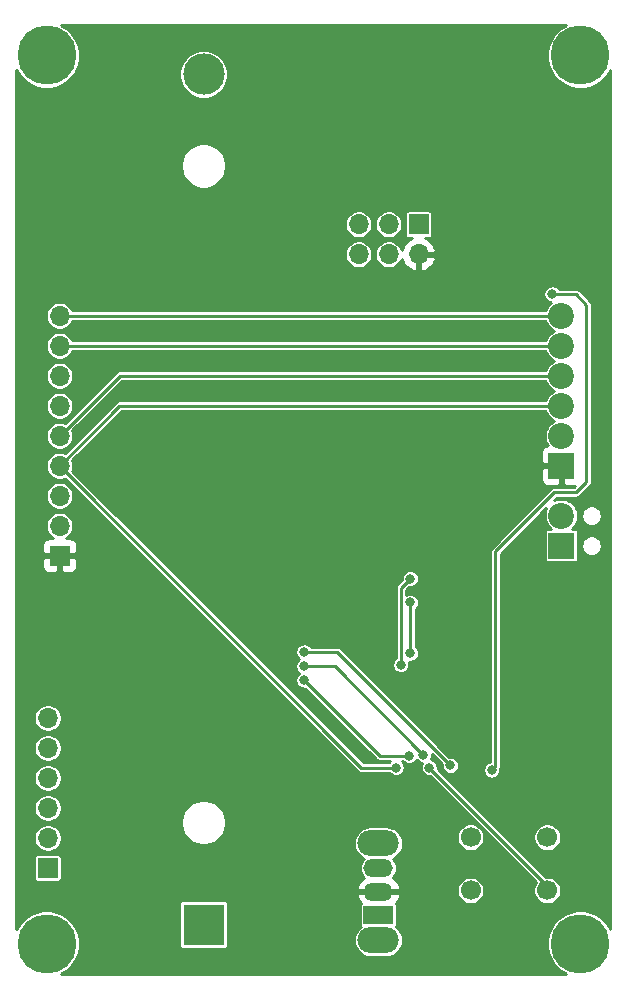
<source format=gbl>
G04 #@! TF.GenerationSoftware,KiCad,Pcbnew,(5.1.9-0-10_14)*
G04 #@! TF.CreationDate,2022-03-15T11:33:21-06:00*
G04 #@! TF.ProjectId,Full_Res_Board,46756c6c-5f52-4657-935f-426f6172642e,rev?*
G04 #@! TF.SameCoordinates,Original*
G04 #@! TF.FileFunction,Copper,L2,Bot*
G04 #@! TF.FilePolarity,Positive*
%FSLAX46Y46*%
G04 Gerber Fmt 4.6, Leading zero omitted, Abs format (unit mm)*
G04 Created by KiCad (PCBNEW (5.1.9-0-10_14)) date 2022-03-15 11:33:21*
%MOMM*%
%LPD*%
G01*
G04 APERTURE LIST*
G04 #@! TA.AperFunction,ComponentPad*
%ADD10C,2.200000*%
G04 #@! TD*
G04 #@! TA.AperFunction,ComponentPad*
%ADD11R,2.200000X2.200000*%
G04 #@! TD*
G04 #@! TA.AperFunction,ComponentPad*
%ADD12C,0.800000*%
G04 #@! TD*
G04 #@! TA.AperFunction,ComponentPad*
%ADD13C,5.000000*%
G04 #@! TD*
G04 #@! TA.AperFunction,ComponentPad*
%ADD14R,3.500000X3.500000*%
G04 #@! TD*
G04 #@! TA.AperFunction,ComponentPad*
%ADD15C,3.500000*%
G04 #@! TD*
G04 #@! TA.AperFunction,ComponentPad*
%ADD16O,1.700000X1.700000*%
G04 #@! TD*
G04 #@! TA.AperFunction,ComponentPad*
%ADD17R,1.700000X1.700000*%
G04 #@! TD*
G04 #@! TA.AperFunction,ComponentPad*
%ADD18O,3.500000X2.200000*%
G04 #@! TD*
G04 #@! TA.AperFunction,ComponentPad*
%ADD19O,2.500000X1.500000*%
G04 #@! TD*
G04 #@! TA.AperFunction,ComponentPad*
%ADD20R,2.500000X1.500000*%
G04 #@! TD*
G04 #@! TA.AperFunction,ComponentPad*
%ADD21C,1.700000*%
G04 #@! TD*
G04 #@! TA.AperFunction,ViaPad*
%ADD22C,0.800000*%
G04 #@! TD*
G04 #@! TA.AperFunction,Conductor*
%ADD23C,0.250000*%
G04 #@! TD*
G04 #@! TA.AperFunction,Conductor*
%ADD24C,0.254000*%
G04 #@! TD*
G04 #@! TA.AperFunction,Conductor*
%ADD25C,0.100000*%
G04 #@! TD*
G04 APERTURE END LIST*
D10*
X164300000Y-75740000D03*
X164300000Y-78280000D03*
X164300000Y-80820000D03*
X164300000Y-83360000D03*
X164300000Y-85900000D03*
D11*
X164300000Y-88440000D03*
D12*
X122025825Y-127574175D03*
X120700000Y-127025000D03*
X119374175Y-127574175D03*
X118825000Y-128900000D03*
X119374175Y-130225825D03*
X120700000Y-130775000D03*
X122025825Y-130225825D03*
X122575000Y-128900000D03*
D13*
X120700000Y-128900000D03*
D12*
X122025825Y-52374175D03*
X120700000Y-51825000D03*
X119374175Y-52374175D03*
X118825000Y-53700000D03*
X119374175Y-55025825D03*
X120700000Y-55575000D03*
X122025825Y-55025825D03*
X122575000Y-53700000D03*
D13*
X120700000Y-53700000D03*
D12*
X167225825Y-52374175D03*
X165900000Y-51825000D03*
X164574175Y-52374175D03*
X164025000Y-53700000D03*
X164574175Y-55025825D03*
X165900000Y-55575000D03*
X167225825Y-55025825D03*
X167775000Y-53700000D03*
D13*
X165900000Y-53700000D03*
D12*
X167225825Y-127574175D03*
X165900000Y-127025000D03*
X164574175Y-127574175D03*
X164025000Y-128900000D03*
X164574175Y-130225825D03*
X165900000Y-130775000D03*
X167225825Y-130225825D03*
X167775000Y-128900000D03*
D13*
X165900000Y-128900000D03*
D14*
X134000000Y-127300000D03*
D15*
X134000000Y-55300000D03*
D16*
X121800000Y-75740000D03*
X121800000Y-78280000D03*
X121800000Y-80820000D03*
X121800000Y-83360000D03*
X121800000Y-85900000D03*
X121800000Y-88440000D03*
X121800000Y-90980000D03*
X121800000Y-93520000D03*
D17*
X121800000Y-96060000D03*
D16*
X120800000Y-109800000D03*
X120800000Y-112340000D03*
X120800000Y-114880000D03*
X120800000Y-117420000D03*
X120800000Y-119960000D03*
D17*
X120800000Y-122500000D03*
D18*
X148800000Y-120400000D03*
X148800000Y-128600000D03*
D19*
X148800000Y-122500000D03*
X148800000Y-124500000D03*
D20*
X148800000Y-126500000D03*
D21*
X163100000Y-124400000D03*
X156600000Y-124400000D03*
X163100000Y-119900000D03*
X156600000Y-119900000D03*
D16*
X147120000Y-70540000D03*
X147120000Y-68000000D03*
X149660000Y-70540000D03*
X149660000Y-68000000D03*
X152200000Y-70540000D03*
D17*
X152200000Y-68000000D03*
D10*
X164300000Y-92660000D03*
D11*
X164300000Y-95200000D03*
D22*
X151500000Y-104300000D03*
X151500000Y-100000000D03*
X151500000Y-98000000D03*
X150700000Y-105300000D03*
X152600000Y-97000000D03*
X155400000Y-109400000D03*
X165500000Y-118400000D03*
X154900000Y-113800000D03*
X142500000Y-104199998D03*
X142500000Y-105400000D03*
X152600000Y-112900000D03*
X142500000Y-106600000D03*
X151400000Y-113000000D03*
X150300000Y-114000000D03*
X153100000Y-114000000D03*
X163500000Y-73900000D03*
X158400000Y-114200000D03*
D23*
X151500000Y-100000000D02*
X151500000Y-104300000D01*
X150700000Y-98800000D02*
X150700000Y-105300000D01*
X151500000Y-98000000D02*
X150700000Y-98800000D01*
X121800000Y-75740000D02*
X164300000Y-75740000D01*
X145299998Y-104199998D02*
X142500000Y-104199998D01*
X154900000Y-113800000D02*
X145299998Y-104199998D01*
X121800000Y-78280000D02*
X164300000Y-78280000D01*
X145100000Y-105400000D02*
X152600000Y-112900000D01*
X142500000Y-105400000D02*
X145100000Y-105400000D01*
X126880000Y-80820000D02*
X164300000Y-80820000D01*
X121800000Y-85900000D02*
X126880000Y-80820000D01*
X148900000Y-113000000D02*
X151400000Y-113000000D01*
X142500000Y-106600000D02*
X148900000Y-113000000D01*
X126880000Y-83360000D02*
X126870000Y-83370000D01*
X164300000Y-83360000D02*
X126880000Y-83360000D01*
X121800000Y-88440000D02*
X126870000Y-83370000D01*
X147360000Y-114000000D02*
X121800000Y-88440000D01*
X150300000Y-114000000D02*
X147360000Y-114000000D01*
X163100000Y-124000000D02*
X163100000Y-124400000D01*
X153100000Y-114000000D02*
X163100000Y-124000000D01*
X166400000Y-74800000D02*
X165500000Y-73900000D01*
X165500000Y-73900000D02*
X163500000Y-73900000D01*
X166400000Y-89819000D02*
X166400000Y-74800000D01*
X165519000Y-90700000D02*
X166400000Y-89819000D01*
X158700000Y-113900000D02*
X158700000Y-95700000D01*
X163700000Y-90700000D02*
X165519000Y-90700000D01*
X158700000Y-95700000D02*
X163700000Y-90700000D01*
X158400000Y-114200000D02*
X158700000Y-113900000D01*
D24*
X164560913Y-51194745D02*
X164097892Y-51504125D01*
X163704125Y-51897892D01*
X163394745Y-52360913D01*
X163181640Y-52875394D01*
X163073000Y-53421565D01*
X163073000Y-53978435D01*
X163181640Y-54524606D01*
X163394745Y-55039087D01*
X163704125Y-55502108D01*
X164097892Y-55895875D01*
X164560913Y-56205255D01*
X165075394Y-56418360D01*
X165621565Y-56527000D01*
X166178435Y-56527000D01*
X166724606Y-56418360D01*
X167239087Y-56205255D01*
X167702108Y-55895875D01*
X168095875Y-55502108D01*
X168405255Y-55039087D01*
X168448001Y-54935889D01*
X168448000Y-127664109D01*
X168405255Y-127560913D01*
X168095875Y-127097892D01*
X167702108Y-126704125D01*
X167239087Y-126394745D01*
X166724606Y-126181640D01*
X166178435Y-126073000D01*
X165621565Y-126073000D01*
X165075394Y-126181640D01*
X164560913Y-126394745D01*
X164097892Y-126704125D01*
X163704125Y-127097892D01*
X163394745Y-127560913D01*
X163181640Y-128075394D01*
X163073000Y-128621565D01*
X163073000Y-129178435D01*
X163181640Y-129724606D01*
X163394745Y-130239087D01*
X163704125Y-130702108D01*
X164097892Y-131095875D01*
X164560913Y-131405255D01*
X164664109Y-131448000D01*
X121935891Y-131448000D01*
X122039087Y-131405255D01*
X122502108Y-131095875D01*
X122895875Y-130702108D01*
X123205255Y-130239087D01*
X123418360Y-129724606D01*
X123527000Y-129178435D01*
X123527000Y-128621565D01*
X123418360Y-128075394D01*
X123205255Y-127560913D01*
X122895875Y-127097892D01*
X122502108Y-126704125D01*
X122039087Y-126394745D01*
X121524606Y-126181640D01*
X120978435Y-126073000D01*
X120421565Y-126073000D01*
X119875394Y-126181640D01*
X119360913Y-126394745D01*
X118897892Y-126704125D01*
X118504125Y-127097892D01*
X118194745Y-127560913D01*
X118152000Y-127664109D01*
X118152000Y-125550000D01*
X131921418Y-125550000D01*
X131921418Y-129050000D01*
X131927732Y-129114103D01*
X131946430Y-129175743D01*
X131976794Y-129232550D01*
X132017657Y-129282343D01*
X132067450Y-129323206D01*
X132124257Y-129353570D01*
X132185897Y-129372268D01*
X132250000Y-129378582D01*
X135750000Y-129378582D01*
X135814103Y-129372268D01*
X135875743Y-129353570D01*
X135932550Y-129323206D01*
X135982343Y-129282343D01*
X136023206Y-129232550D01*
X136053570Y-129175743D01*
X136072268Y-129114103D01*
X136078582Y-129050000D01*
X136078582Y-128600000D01*
X146716096Y-128600000D01*
X146743648Y-128879741D01*
X146825245Y-129148731D01*
X146957752Y-129396634D01*
X147136077Y-129613923D01*
X147353366Y-129792248D01*
X147601269Y-129924755D01*
X147870259Y-130006352D01*
X148079902Y-130027000D01*
X149520098Y-130027000D01*
X149729741Y-130006352D01*
X149998731Y-129924755D01*
X150246634Y-129792248D01*
X150463923Y-129613923D01*
X150642248Y-129396634D01*
X150774755Y-129148731D01*
X150856352Y-128879741D01*
X150883904Y-128600000D01*
X150856352Y-128320259D01*
X150774755Y-128051269D01*
X150642248Y-127803366D01*
X150463923Y-127586077D01*
X150304550Y-127455283D01*
X150323206Y-127432550D01*
X150353570Y-127375743D01*
X150372268Y-127314103D01*
X150378582Y-127250000D01*
X150378582Y-125750000D01*
X150372268Y-125685897D01*
X150353570Y-125624257D01*
X150323206Y-125567450D01*
X150282343Y-125517657D01*
X150258840Y-125498369D01*
X150369145Y-125389540D01*
X150522142Y-125163868D01*
X150628173Y-124912684D01*
X150642318Y-124841185D01*
X150519656Y-124627000D01*
X148927000Y-124627000D01*
X148927000Y-124647000D01*
X148673000Y-124647000D01*
X148673000Y-124627000D01*
X147080344Y-124627000D01*
X146957682Y-124841185D01*
X146971827Y-124912684D01*
X147077858Y-125163868D01*
X147230855Y-125389540D01*
X147341160Y-125498369D01*
X147317657Y-125517657D01*
X147276794Y-125567450D01*
X147246430Y-125624257D01*
X147227732Y-125685897D01*
X147221418Y-125750000D01*
X147221418Y-127250000D01*
X147227732Y-127314103D01*
X147246430Y-127375743D01*
X147276794Y-127432550D01*
X147295450Y-127455283D01*
X147136077Y-127586077D01*
X146957752Y-127803366D01*
X146825245Y-128051269D01*
X146743648Y-128320259D01*
X146716096Y-128600000D01*
X136078582Y-128600000D01*
X136078582Y-125550000D01*
X136072268Y-125485897D01*
X136053570Y-125424257D01*
X136023206Y-125367450D01*
X135982343Y-125317657D01*
X135932550Y-125276794D01*
X135875743Y-125246430D01*
X135814103Y-125227732D01*
X135750000Y-125221418D01*
X132250000Y-125221418D01*
X132185897Y-125227732D01*
X132124257Y-125246430D01*
X132067450Y-125276794D01*
X132017657Y-125317657D01*
X131976794Y-125367450D01*
X131946430Y-125424257D01*
X131927732Y-125485897D01*
X131921418Y-125550000D01*
X118152000Y-125550000D01*
X118152000Y-121650000D01*
X119621418Y-121650000D01*
X119621418Y-123350000D01*
X119627732Y-123414103D01*
X119646430Y-123475743D01*
X119676794Y-123532550D01*
X119717657Y-123582343D01*
X119767450Y-123623206D01*
X119824257Y-123653570D01*
X119885897Y-123672268D01*
X119950000Y-123678582D01*
X121650000Y-123678582D01*
X121714103Y-123672268D01*
X121775743Y-123653570D01*
X121832550Y-123623206D01*
X121882343Y-123582343D01*
X121923206Y-123532550D01*
X121953570Y-123475743D01*
X121972268Y-123414103D01*
X121978582Y-123350000D01*
X121978582Y-121650000D01*
X121972268Y-121585897D01*
X121953570Y-121524257D01*
X121923206Y-121467450D01*
X121882343Y-121417657D01*
X121832550Y-121376794D01*
X121775743Y-121346430D01*
X121714103Y-121327732D01*
X121650000Y-121321418D01*
X119950000Y-121321418D01*
X119885897Y-121327732D01*
X119824257Y-121346430D01*
X119767450Y-121376794D01*
X119717657Y-121417657D01*
X119676794Y-121467450D01*
X119646430Y-121524257D01*
X119627732Y-121585897D01*
X119621418Y-121650000D01*
X118152000Y-121650000D01*
X118152000Y-119844076D01*
X119623000Y-119844076D01*
X119623000Y-120075924D01*
X119668231Y-120303318D01*
X119756956Y-120517519D01*
X119885764Y-120710294D01*
X120049706Y-120874236D01*
X120242481Y-121003044D01*
X120456682Y-121091769D01*
X120684076Y-121137000D01*
X120915924Y-121137000D01*
X121143318Y-121091769D01*
X121357519Y-121003044D01*
X121550294Y-120874236D01*
X121714236Y-120710294D01*
X121843044Y-120517519D01*
X121931769Y-120303318D01*
X121977000Y-120075924D01*
X121977000Y-119844076D01*
X121931769Y-119616682D01*
X121843044Y-119402481D01*
X121714236Y-119209706D01*
X121550294Y-119045764D01*
X121357519Y-118916956D01*
X121143318Y-118828231D01*
X120915924Y-118783000D01*
X120684076Y-118783000D01*
X120456682Y-118828231D01*
X120242481Y-118916956D01*
X120049706Y-119045764D01*
X119885764Y-119209706D01*
X119756956Y-119402481D01*
X119668231Y-119616682D01*
X119623000Y-119844076D01*
X118152000Y-119844076D01*
X118152000Y-117304076D01*
X119623000Y-117304076D01*
X119623000Y-117535924D01*
X119668231Y-117763318D01*
X119756956Y-117977519D01*
X119885764Y-118170294D01*
X120049706Y-118334236D01*
X120242481Y-118463044D01*
X120456682Y-118551769D01*
X120684076Y-118597000D01*
X120915924Y-118597000D01*
X121143318Y-118551769D01*
X121352297Y-118465207D01*
X132073000Y-118465207D01*
X132073000Y-118844793D01*
X132147053Y-119217085D01*
X132292315Y-119567777D01*
X132503201Y-119883391D01*
X132771609Y-120151799D01*
X133087223Y-120362685D01*
X133437915Y-120507947D01*
X133810207Y-120582000D01*
X134189793Y-120582000D01*
X134562085Y-120507947D01*
X134822691Y-120400000D01*
X146716096Y-120400000D01*
X146743648Y-120679741D01*
X146825245Y-120948731D01*
X146957752Y-121196634D01*
X147136077Y-121413923D01*
X147353366Y-121592248D01*
X147568376Y-121707174D01*
X147534761Y-121734761D01*
X147400174Y-121898756D01*
X147300167Y-122085856D01*
X147238583Y-122288871D01*
X147217789Y-122500000D01*
X147238583Y-122711129D01*
X147300167Y-122914144D01*
X147400174Y-123101244D01*
X147534761Y-123265239D01*
X147589804Y-123310412D01*
X147424939Y-123418972D01*
X147230855Y-123610460D01*
X147077858Y-123836132D01*
X146971827Y-124087316D01*
X146957682Y-124158815D01*
X147080344Y-124373000D01*
X148673000Y-124373000D01*
X148673000Y-124353000D01*
X148927000Y-124353000D01*
X148927000Y-124373000D01*
X150519656Y-124373000D01*
X150570582Y-124284076D01*
X155423000Y-124284076D01*
X155423000Y-124515924D01*
X155468231Y-124743318D01*
X155556956Y-124957519D01*
X155685764Y-125150294D01*
X155849706Y-125314236D01*
X156042481Y-125443044D01*
X156256682Y-125531769D01*
X156484076Y-125577000D01*
X156715924Y-125577000D01*
X156943318Y-125531769D01*
X157157519Y-125443044D01*
X157350294Y-125314236D01*
X157514236Y-125150294D01*
X157643044Y-124957519D01*
X157731769Y-124743318D01*
X157777000Y-124515924D01*
X157777000Y-124284076D01*
X157731769Y-124056682D01*
X157643044Y-123842481D01*
X157514236Y-123649706D01*
X157350294Y-123485764D01*
X157157519Y-123356956D01*
X156943318Y-123268231D01*
X156715924Y-123223000D01*
X156484076Y-123223000D01*
X156256682Y-123268231D01*
X156042481Y-123356956D01*
X155849706Y-123485764D01*
X155685764Y-123649706D01*
X155556956Y-123842481D01*
X155468231Y-124056682D01*
X155423000Y-124284076D01*
X150570582Y-124284076D01*
X150642318Y-124158815D01*
X150628173Y-124087316D01*
X150522142Y-123836132D01*
X150369145Y-123610460D01*
X150175061Y-123418972D01*
X150010196Y-123310412D01*
X150065239Y-123265239D01*
X150199826Y-123101244D01*
X150299833Y-122914144D01*
X150361417Y-122711129D01*
X150382211Y-122500000D01*
X150361417Y-122288871D01*
X150299833Y-122085856D01*
X150199826Y-121898756D01*
X150065239Y-121734761D01*
X150031624Y-121707174D01*
X150246634Y-121592248D01*
X150463923Y-121413923D01*
X150642248Y-121196634D01*
X150774755Y-120948731D01*
X150856352Y-120679741D01*
X150883904Y-120400000D01*
X150856352Y-120120259D01*
X150774755Y-119851269D01*
X150738840Y-119784076D01*
X155423000Y-119784076D01*
X155423000Y-120015924D01*
X155468231Y-120243318D01*
X155556956Y-120457519D01*
X155685764Y-120650294D01*
X155849706Y-120814236D01*
X156042481Y-120943044D01*
X156256682Y-121031769D01*
X156484076Y-121077000D01*
X156715924Y-121077000D01*
X156943318Y-121031769D01*
X157157519Y-120943044D01*
X157350294Y-120814236D01*
X157514236Y-120650294D01*
X157643044Y-120457519D01*
X157731769Y-120243318D01*
X157777000Y-120015924D01*
X157777000Y-119784076D01*
X157731769Y-119556682D01*
X157643044Y-119342481D01*
X157514236Y-119149706D01*
X157350294Y-118985764D01*
X157157519Y-118856956D01*
X156943318Y-118768231D01*
X156715924Y-118723000D01*
X156484076Y-118723000D01*
X156256682Y-118768231D01*
X156042481Y-118856956D01*
X155849706Y-118985764D01*
X155685764Y-119149706D01*
X155556956Y-119342481D01*
X155468231Y-119556682D01*
X155423000Y-119784076D01*
X150738840Y-119784076D01*
X150642248Y-119603366D01*
X150463923Y-119386077D01*
X150246634Y-119207752D01*
X149998731Y-119075245D01*
X149729741Y-118993648D01*
X149520098Y-118973000D01*
X148079902Y-118973000D01*
X147870259Y-118993648D01*
X147601269Y-119075245D01*
X147353366Y-119207752D01*
X147136077Y-119386077D01*
X146957752Y-119603366D01*
X146825245Y-119851269D01*
X146743648Y-120120259D01*
X146716096Y-120400000D01*
X134822691Y-120400000D01*
X134912777Y-120362685D01*
X135228391Y-120151799D01*
X135496799Y-119883391D01*
X135707685Y-119567777D01*
X135852947Y-119217085D01*
X135927000Y-118844793D01*
X135927000Y-118465207D01*
X135852947Y-118092915D01*
X135707685Y-117742223D01*
X135496799Y-117426609D01*
X135228391Y-117158201D01*
X134912777Y-116947315D01*
X134562085Y-116802053D01*
X134189793Y-116728000D01*
X133810207Y-116728000D01*
X133437915Y-116802053D01*
X133087223Y-116947315D01*
X132771609Y-117158201D01*
X132503201Y-117426609D01*
X132292315Y-117742223D01*
X132147053Y-118092915D01*
X132073000Y-118465207D01*
X121352297Y-118465207D01*
X121357519Y-118463044D01*
X121550294Y-118334236D01*
X121714236Y-118170294D01*
X121843044Y-117977519D01*
X121931769Y-117763318D01*
X121977000Y-117535924D01*
X121977000Y-117304076D01*
X121931769Y-117076682D01*
X121843044Y-116862481D01*
X121714236Y-116669706D01*
X121550294Y-116505764D01*
X121357519Y-116376956D01*
X121143318Y-116288231D01*
X120915924Y-116243000D01*
X120684076Y-116243000D01*
X120456682Y-116288231D01*
X120242481Y-116376956D01*
X120049706Y-116505764D01*
X119885764Y-116669706D01*
X119756956Y-116862481D01*
X119668231Y-117076682D01*
X119623000Y-117304076D01*
X118152000Y-117304076D01*
X118152000Y-114764076D01*
X119623000Y-114764076D01*
X119623000Y-114995924D01*
X119668231Y-115223318D01*
X119756956Y-115437519D01*
X119885764Y-115630294D01*
X120049706Y-115794236D01*
X120242481Y-115923044D01*
X120456682Y-116011769D01*
X120684076Y-116057000D01*
X120915924Y-116057000D01*
X121143318Y-116011769D01*
X121357519Y-115923044D01*
X121550294Y-115794236D01*
X121714236Y-115630294D01*
X121843044Y-115437519D01*
X121931769Y-115223318D01*
X121977000Y-114995924D01*
X121977000Y-114764076D01*
X121931769Y-114536682D01*
X121843044Y-114322481D01*
X121714236Y-114129706D01*
X121550294Y-113965764D01*
X121357519Y-113836956D01*
X121143318Y-113748231D01*
X120915924Y-113703000D01*
X120684076Y-113703000D01*
X120456682Y-113748231D01*
X120242481Y-113836956D01*
X120049706Y-113965764D01*
X119885764Y-114129706D01*
X119756956Y-114322481D01*
X119668231Y-114536682D01*
X119623000Y-114764076D01*
X118152000Y-114764076D01*
X118152000Y-112224076D01*
X119623000Y-112224076D01*
X119623000Y-112455924D01*
X119668231Y-112683318D01*
X119756956Y-112897519D01*
X119885764Y-113090294D01*
X120049706Y-113254236D01*
X120242481Y-113383044D01*
X120456682Y-113471769D01*
X120684076Y-113517000D01*
X120915924Y-113517000D01*
X121143318Y-113471769D01*
X121357519Y-113383044D01*
X121550294Y-113254236D01*
X121714236Y-113090294D01*
X121843044Y-112897519D01*
X121931769Y-112683318D01*
X121977000Y-112455924D01*
X121977000Y-112224076D01*
X121931769Y-111996682D01*
X121843044Y-111782481D01*
X121714236Y-111589706D01*
X121550294Y-111425764D01*
X121357519Y-111296956D01*
X121143318Y-111208231D01*
X120915924Y-111163000D01*
X120684076Y-111163000D01*
X120456682Y-111208231D01*
X120242481Y-111296956D01*
X120049706Y-111425764D01*
X119885764Y-111589706D01*
X119756956Y-111782481D01*
X119668231Y-111996682D01*
X119623000Y-112224076D01*
X118152000Y-112224076D01*
X118152000Y-109684076D01*
X119623000Y-109684076D01*
X119623000Y-109915924D01*
X119668231Y-110143318D01*
X119756956Y-110357519D01*
X119885764Y-110550294D01*
X120049706Y-110714236D01*
X120242481Y-110843044D01*
X120456682Y-110931769D01*
X120684076Y-110977000D01*
X120915924Y-110977000D01*
X121143318Y-110931769D01*
X121357519Y-110843044D01*
X121550294Y-110714236D01*
X121714236Y-110550294D01*
X121843044Y-110357519D01*
X121931769Y-110143318D01*
X121977000Y-109915924D01*
X121977000Y-109684076D01*
X121931769Y-109456682D01*
X121843044Y-109242481D01*
X121714236Y-109049706D01*
X121550294Y-108885764D01*
X121357519Y-108756956D01*
X121143318Y-108668231D01*
X120915924Y-108623000D01*
X120684076Y-108623000D01*
X120456682Y-108668231D01*
X120242481Y-108756956D01*
X120049706Y-108885764D01*
X119885764Y-109049706D01*
X119756956Y-109242481D01*
X119668231Y-109456682D01*
X119623000Y-109684076D01*
X118152000Y-109684076D01*
X118152000Y-96910000D01*
X120311928Y-96910000D01*
X120324188Y-97034482D01*
X120360498Y-97154180D01*
X120419463Y-97264494D01*
X120498815Y-97361185D01*
X120595506Y-97440537D01*
X120705820Y-97499502D01*
X120825518Y-97535812D01*
X120950000Y-97548072D01*
X121514250Y-97545000D01*
X121673000Y-97386250D01*
X121673000Y-96187000D01*
X121927000Y-96187000D01*
X121927000Y-97386250D01*
X122085750Y-97545000D01*
X122650000Y-97548072D01*
X122774482Y-97535812D01*
X122894180Y-97499502D01*
X123004494Y-97440537D01*
X123101185Y-97361185D01*
X123180537Y-97264494D01*
X123239502Y-97154180D01*
X123275812Y-97034482D01*
X123288072Y-96910000D01*
X123285000Y-96345750D01*
X123126250Y-96187000D01*
X121927000Y-96187000D01*
X121673000Y-96187000D01*
X120473750Y-96187000D01*
X120315000Y-96345750D01*
X120311928Y-96910000D01*
X118152000Y-96910000D01*
X118152000Y-95210000D01*
X120311928Y-95210000D01*
X120315000Y-95774250D01*
X120473750Y-95933000D01*
X121673000Y-95933000D01*
X121673000Y-95913000D01*
X121927000Y-95913000D01*
X121927000Y-95933000D01*
X123126250Y-95933000D01*
X123285000Y-95774250D01*
X123288072Y-95210000D01*
X123275812Y-95085518D01*
X123239502Y-94965820D01*
X123180537Y-94855506D01*
X123101185Y-94758815D01*
X123004494Y-94679463D01*
X122894180Y-94620498D01*
X122774482Y-94584188D01*
X122650000Y-94571928D01*
X122331890Y-94573660D01*
X122357519Y-94563044D01*
X122550294Y-94434236D01*
X122714236Y-94270294D01*
X122843044Y-94077519D01*
X122931769Y-93863318D01*
X122977000Y-93635924D01*
X122977000Y-93404076D01*
X122931769Y-93176682D01*
X122843044Y-92962481D01*
X122714236Y-92769706D01*
X122550294Y-92605764D01*
X122357519Y-92476956D01*
X122143318Y-92388231D01*
X121915924Y-92343000D01*
X121684076Y-92343000D01*
X121456682Y-92388231D01*
X121242481Y-92476956D01*
X121049706Y-92605764D01*
X120885764Y-92769706D01*
X120756956Y-92962481D01*
X120668231Y-93176682D01*
X120623000Y-93404076D01*
X120623000Y-93635924D01*
X120668231Y-93863318D01*
X120756956Y-94077519D01*
X120885764Y-94270294D01*
X121049706Y-94434236D01*
X121242481Y-94563044D01*
X121268110Y-94573660D01*
X120950000Y-94571928D01*
X120825518Y-94584188D01*
X120705820Y-94620498D01*
X120595506Y-94679463D01*
X120498815Y-94758815D01*
X120419463Y-94855506D01*
X120360498Y-94965820D01*
X120324188Y-95085518D01*
X120311928Y-95210000D01*
X118152000Y-95210000D01*
X118152000Y-90864076D01*
X120623000Y-90864076D01*
X120623000Y-91095924D01*
X120668231Y-91323318D01*
X120756956Y-91537519D01*
X120885764Y-91730294D01*
X121049706Y-91894236D01*
X121242481Y-92023044D01*
X121456682Y-92111769D01*
X121684076Y-92157000D01*
X121915924Y-92157000D01*
X122143318Y-92111769D01*
X122357519Y-92023044D01*
X122550294Y-91894236D01*
X122714236Y-91730294D01*
X122843044Y-91537519D01*
X122931769Y-91323318D01*
X122977000Y-91095924D01*
X122977000Y-90864076D01*
X122931769Y-90636682D01*
X122843044Y-90422481D01*
X122714236Y-90229706D01*
X122550294Y-90065764D01*
X122357519Y-89936956D01*
X122143318Y-89848231D01*
X121915924Y-89803000D01*
X121684076Y-89803000D01*
X121456682Y-89848231D01*
X121242481Y-89936956D01*
X121049706Y-90065764D01*
X120885764Y-90229706D01*
X120756956Y-90422481D01*
X120668231Y-90636682D01*
X120623000Y-90864076D01*
X118152000Y-90864076D01*
X118152000Y-83244076D01*
X120623000Y-83244076D01*
X120623000Y-83475924D01*
X120668231Y-83703318D01*
X120756956Y-83917519D01*
X120885764Y-84110294D01*
X121049706Y-84274236D01*
X121242481Y-84403044D01*
X121456682Y-84491769D01*
X121684076Y-84537000D01*
X121915924Y-84537000D01*
X122143318Y-84491769D01*
X122357519Y-84403044D01*
X122550294Y-84274236D01*
X122714236Y-84110294D01*
X122843044Y-83917519D01*
X122931769Y-83703318D01*
X122977000Y-83475924D01*
X122977000Y-83244076D01*
X122931769Y-83016682D01*
X122843044Y-82802481D01*
X122714236Y-82609706D01*
X122550294Y-82445764D01*
X122357519Y-82316956D01*
X122143318Y-82228231D01*
X121915924Y-82183000D01*
X121684076Y-82183000D01*
X121456682Y-82228231D01*
X121242481Y-82316956D01*
X121049706Y-82445764D01*
X120885764Y-82609706D01*
X120756956Y-82802481D01*
X120668231Y-83016682D01*
X120623000Y-83244076D01*
X118152000Y-83244076D01*
X118152000Y-80704076D01*
X120623000Y-80704076D01*
X120623000Y-80935924D01*
X120668231Y-81163318D01*
X120756956Y-81377519D01*
X120885764Y-81570294D01*
X121049706Y-81734236D01*
X121242481Y-81863044D01*
X121456682Y-81951769D01*
X121684076Y-81997000D01*
X121915924Y-81997000D01*
X122143318Y-81951769D01*
X122357519Y-81863044D01*
X122550294Y-81734236D01*
X122714236Y-81570294D01*
X122843044Y-81377519D01*
X122931769Y-81163318D01*
X122977000Y-80935924D01*
X122977000Y-80704076D01*
X122931769Y-80476682D01*
X122843044Y-80262481D01*
X122714236Y-80069706D01*
X122550294Y-79905764D01*
X122357519Y-79776956D01*
X122143318Y-79688231D01*
X121915924Y-79643000D01*
X121684076Y-79643000D01*
X121456682Y-79688231D01*
X121242481Y-79776956D01*
X121049706Y-79905764D01*
X120885764Y-80069706D01*
X120756956Y-80262481D01*
X120668231Y-80476682D01*
X120623000Y-80704076D01*
X118152000Y-80704076D01*
X118152000Y-75624076D01*
X120623000Y-75624076D01*
X120623000Y-75855924D01*
X120668231Y-76083318D01*
X120756956Y-76297519D01*
X120885764Y-76490294D01*
X121049706Y-76654236D01*
X121242481Y-76783044D01*
X121456682Y-76871769D01*
X121684076Y-76917000D01*
X121915924Y-76917000D01*
X122143318Y-76871769D01*
X122357519Y-76783044D01*
X122550294Y-76654236D01*
X122714236Y-76490294D01*
X122843044Y-76297519D01*
X122886751Y-76192000D01*
X162942650Y-76192000D01*
X163035409Y-76415938D01*
X163191576Y-76649660D01*
X163390340Y-76848424D01*
X163624062Y-77004591D01*
X163637120Y-77010000D01*
X163624062Y-77015409D01*
X163390340Y-77171576D01*
X163191576Y-77370340D01*
X163035409Y-77604062D01*
X162942650Y-77828000D01*
X122886751Y-77828000D01*
X122843044Y-77722481D01*
X122714236Y-77529706D01*
X122550294Y-77365764D01*
X122357519Y-77236956D01*
X122143318Y-77148231D01*
X121915924Y-77103000D01*
X121684076Y-77103000D01*
X121456682Y-77148231D01*
X121242481Y-77236956D01*
X121049706Y-77365764D01*
X120885764Y-77529706D01*
X120756956Y-77722481D01*
X120668231Y-77936682D01*
X120623000Y-78164076D01*
X120623000Y-78395924D01*
X120668231Y-78623318D01*
X120756956Y-78837519D01*
X120885764Y-79030294D01*
X121049706Y-79194236D01*
X121242481Y-79323044D01*
X121456682Y-79411769D01*
X121684076Y-79457000D01*
X121915924Y-79457000D01*
X122143318Y-79411769D01*
X122357519Y-79323044D01*
X122550294Y-79194236D01*
X122714236Y-79030294D01*
X122843044Y-78837519D01*
X122886751Y-78732000D01*
X162942650Y-78732000D01*
X163035409Y-78955938D01*
X163191576Y-79189660D01*
X163390340Y-79388424D01*
X163624062Y-79544591D01*
X163637120Y-79550000D01*
X163624062Y-79555409D01*
X163390340Y-79711576D01*
X163191576Y-79910340D01*
X163035409Y-80144062D01*
X162942650Y-80368000D01*
X126902205Y-80368000D01*
X126880000Y-80365813D01*
X126791392Y-80374540D01*
X126706190Y-80400386D01*
X126627667Y-80442357D01*
X126558841Y-80498841D01*
X126544681Y-80516095D01*
X122248838Y-84811939D01*
X122143318Y-84768231D01*
X121915924Y-84723000D01*
X121684076Y-84723000D01*
X121456682Y-84768231D01*
X121242481Y-84856956D01*
X121049706Y-84985764D01*
X120885764Y-85149706D01*
X120756956Y-85342481D01*
X120668231Y-85556682D01*
X120623000Y-85784076D01*
X120623000Y-86015924D01*
X120668231Y-86243318D01*
X120756956Y-86457519D01*
X120885764Y-86650294D01*
X121049706Y-86814236D01*
X121242481Y-86943044D01*
X121456682Y-87031769D01*
X121684076Y-87077000D01*
X121915924Y-87077000D01*
X122143318Y-87031769D01*
X122357519Y-86943044D01*
X122550294Y-86814236D01*
X122714236Y-86650294D01*
X122843044Y-86457519D01*
X122931769Y-86243318D01*
X122977000Y-86015924D01*
X122977000Y-85784076D01*
X122931769Y-85556682D01*
X122888061Y-85451162D01*
X127067224Y-81272000D01*
X162942650Y-81272000D01*
X163035409Y-81495938D01*
X163191576Y-81729660D01*
X163390340Y-81928424D01*
X163624062Y-82084591D01*
X163637120Y-82090000D01*
X163624062Y-82095409D01*
X163390340Y-82251576D01*
X163191576Y-82450340D01*
X163035409Y-82684062D01*
X162942650Y-82908000D01*
X126902204Y-82908000D01*
X126879999Y-82905813D01*
X126791393Y-82914540D01*
X126706190Y-82940386D01*
X126627667Y-82982357D01*
X126558841Y-83038841D01*
X126544681Y-83056095D01*
X122248838Y-87351939D01*
X122143318Y-87308231D01*
X121915924Y-87263000D01*
X121684076Y-87263000D01*
X121456682Y-87308231D01*
X121242481Y-87396956D01*
X121049706Y-87525764D01*
X120885764Y-87689706D01*
X120756956Y-87882481D01*
X120668231Y-88096682D01*
X120623000Y-88324076D01*
X120623000Y-88555924D01*
X120668231Y-88783318D01*
X120756956Y-88997519D01*
X120885764Y-89190294D01*
X121049706Y-89354236D01*
X121242481Y-89483044D01*
X121456682Y-89571769D01*
X121684076Y-89617000D01*
X121915924Y-89617000D01*
X122143318Y-89571769D01*
X122248838Y-89528061D01*
X147024681Y-114303905D01*
X147038841Y-114321159D01*
X147107667Y-114377643D01*
X147172054Y-114412058D01*
X147186190Y-114419614D01*
X147271392Y-114445460D01*
X147360000Y-114454187D01*
X147382205Y-114452000D01*
X149727661Y-114452000D01*
X149735302Y-114463436D01*
X149836564Y-114564698D01*
X149955636Y-114644259D01*
X150087942Y-114699062D01*
X150228397Y-114727000D01*
X150371603Y-114727000D01*
X150512058Y-114699062D01*
X150644364Y-114644259D01*
X150763436Y-114564698D01*
X150864698Y-114463436D01*
X150944259Y-114344364D01*
X150999062Y-114212058D01*
X151027000Y-114071603D01*
X151027000Y-113928397D01*
X150999062Y-113787942D01*
X150944259Y-113655636D01*
X150864698Y-113536564D01*
X150780134Y-113452000D01*
X150827661Y-113452000D01*
X150835302Y-113463436D01*
X150936564Y-113564698D01*
X151055636Y-113644259D01*
X151187942Y-113699062D01*
X151328397Y-113727000D01*
X151471603Y-113727000D01*
X151612058Y-113699062D01*
X151744364Y-113644259D01*
X151863436Y-113564698D01*
X151964698Y-113463436D01*
X152033409Y-113360603D01*
X152035302Y-113363436D01*
X152136564Y-113464698D01*
X152255636Y-113544259D01*
X152387942Y-113599062D01*
X152481154Y-113617603D01*
X152455741Y-113655636D01*
X152400938Y-113787942D01*
X152373000Y-113928397D01*
X152373000Y-114071603D01*
X152400938Y-114212058D01*
X152455741Y-114344364D01*
X152535302Y-114463436D01*
X152636564Y-114564698D01*
X152755636Y-114644259D01*
X152887942Y-114699062D01*
X153028397Y-114727000D01*
X153171603Y-114727000D01*
X153185094Y-114724317D01*
X162155610Y-123694834D01*
X162056956Y-123842481D01*
X161968231Y-124056682D01*
X161923000Y-124284076D01*
X161923000Y-124515924D01*
X161968231Y-124743318D01*
X162056956Y-124957519D01*
X162185764Y-125150294D01*
X162349706Y-125314236D01*
X162542481Y-125443044D01*
X162756682Y-125531769D01*
X162984076Y-125577000D01*
X163215924Y-125577000D01*
X163443318Y-125531769D01*
X163657519Y-125443044D01*
X163850294Y-125314236D01*
X164014236Y-125150294D01*
X164143044Y-124957519D01*
X164231769Y-124743318D01*
X164277000Y-124515924D01*
X164277000Y-124284076D01*
X164231769Y-124056682D01*
X164143044Y-123842481D01*
X164014236Y-123649706D01*
X163850294Y-123485764D01*
X163657519Y-123356956D01*
X163443318Y-123268231D01*
X163215924Y-123223000D01*
X162984076Y-123223000D01*
X162965849Y-123226625D01*
X159523300Y-119784076D01*
X161923000Y-119784076D01*
X161923000Y-120015924D01*
X161968231Y-120243318D01*
X162056956Y-120457519D01*
X162185764Y-120650294D01*
X162349706Y-120814236D01*
X162542481Y-120943044D01*
X162756682Y-121031769D01*
X162984076Y-121077000D01*
X163215924Y-121077000D01*
X163443318Y-121031769D01*
X163657519Y-120943044D01*
X163850294Y-120814236D01*
X164014236Y-120650294D01*
X164143044Y-120457519D01*
X164231769Y-120243318D01*
X164277000Y-120015924D01*
X164277000Y-119784076D01*
X164231769Y-119556682D01*
X164143044Y-119342481D01*
X164014236Y-119149706D01*
X163850294Y-118985764D01*
X163657519Y-118856956D01*
X163443318Y-118768231D01*
X163215924Y-118723000D01*
X162984076Y-118723000D01*
X162756682Y-118768231D01*
X162542481Y-118856956D01*
X162349706Y-118985764D01*
X162185764Y-119149706D01*
X162056956Y-119342481D01*
X161968231Y-119556682D01*
X161923000Y-119784076D01*
X159523300Y-119784076D01*
X153824317Y-114085094D01*
X153827000Y-114071603D01*
X153827000Y-113928397D01*
X153799062Y-113787942D01*
X153744259Y-113655636D01*
X153664698Y-113536564D01*
X153563436Y-113435302D01*
X153444364Y-113355741D01*
X153312058Y-113300938D01*
X153218846Y-113282397D01*
X153244259Y-113244364D01*
X153299062Y-113112058D01*
X153327000Y-112971603D01*
X153327000Y-112866224D01*
X154175683Y-113714907D01*
X154173000Y-113728397D01*
X154173000Y-113871603D01*
X154200938Y-114012058D01*
X154255741Y-114144364D01*
X154335302Y-114263436D01*
X154436564Y-114364698D01*
X154555636Y-114444259D01*
X154687942Y-114499062D01*
X154828397Y-114527000D01*
X154971603Y-114527000D01*
X155112058Y-114499062D01*
X155244364Y-114444259D01*
X155363436Y-114364698D01*
X155464698Y-114263436D01*
X155544259Y-114144364D01*
X155599062Y-114012058D01*
X155627000Y-113871603D01*
X155627000Y-113728397D01*
X155599062Y-113587942D01*
X155544259Y-113455636D01*
X155464698Y-113336564D01*
X155363436Y-113235302D01*
X155244364Y-113155741D01*
X155112058Y-113100938D01*
X154971603Y-113073000D01*
X154828397Y-113073000D01*
X154814907Y-113075683D01*
X146967621Y-105228397D01*
X149973000Y-105228397D01*
X149973000Y-105371603D01*
X150000938Y-105512058D01*
X150055741Y-105644364D01*
X150135302Y-105763436D01*
X150236564Y-105864698D01*
X150355636Y-105944259D01*
X150487942Y-105999062D01*
X150628397Y-106027000D01*
X150771603Y-106027000D01*
X150912058Y-105999062D01*
X151044364Y-105944259D01*
X151163436Y-105864698D01*
X151264698Y-105763436D01*
X151344259Y-105644364D01*
X151399062Y-105512058D01*
X151427000Y-105371603D01*
X151427000Y-105228397D01*
X151399062Y-105087942D01*
X151368918Y-105015169D01*
X151428397Y-105027000D01*
X151571603Y-105027000D01*
X151712058Y-104999062D01*
X151844364Y-104944259D01*
X151963436Y-104864698D01*
X152064698Y-104763436D01*
X152144259Y-104644364D01*
X152199062Y-104512058D01*
X152227000Y-104371603D01*
X152227000Y-104228397D01*
X152199062Y-104087942D01*
X152144259Y-103955636D01*
X152064698Y-103836564D01*
X151963436Y-103735302D01*
X151952000Y-103727661D01*
X151952000Y-100572339D01*
X151963436Y-100564698D01*
X152064698Y-100463436D01*
X152144259Y-100344364D01*
X152199062Y-100212058D01*
X152227000Y-100071603D01*
X152227000Y-99928397D01*
X152199062Y-99787942D01*
X152144259Y-99655636D01*
X152064698Y-99536564D01*
X151963436Y-99435302D01*
X151844364Y-99355741D01*
X151712058Y-99300938D01*
X151571603Y-99273000D01*
X151428397Y-99273000D01*
X151287942Y-99300938D01*
X151155636Y-99355741D01*
X151152000Y-99358170D01*
X151152000Y-98987223D01*
X151414907Y-98724317D01*
X151428397Y-98727000D01*
X151571603Y-98727000D01*
X151712058Y-98699062D01*
X151844364Y-98644259D01*
X151963436Y-98564698D01*
X152064698Y-98463436D01*
X152144259Y-98344364D01*
X152199062Y-98212058D01*
X152227000Y-98071603D01*
X152227000Y-97928397D01*
X152199062Y-97787942D01*
X152144259Y-97655636D01*
X152064698Y-97536564D01*
X151963436Y-97435302D01*
X151844364Y-97355741D01*
X151712058Y-97300938D01*
X151571603Y-97273000D01*
X151428397Y-97273000D01*
X151287942Y-97300938D01*
X151155636Y-97355741D01*
X151036564Y-97435302D01*
X150935302Y-97536564D01*
X150855741Y-97655636D01*
X150800938Y-97787942D01*
X150773000Y-97928397D01*
X150773000Y-98071603D01*
X150775683Y-98085093D01*
X150396100Y-98464677D01*
X150378841Y-98478841D01*
X150322357Y-98547668D01*
X150280387Y-98626190D01*
X150280386Y-98626191D01*
X150254540Y-98711393D01*
X150245813Y-98800000D01*
X150248000Y-98822205D01*
X150248001Y-104727660D01*
X150236564Y-104735302D01*
X150135302Y-104836564D01*
X150055741Y-104955636D01*
X150000938Y-105087942D01*
X149973000Y-105228397D01*
X146967621Y-105228397D01*
X145635321Y-103896098D01*
X145621157Y-103878839D01*
X145552331Y-103822355D01*
X145473808Y-103780384D01*
X145388605Y-103754538D01*
X145322203Y-103747998D01*
X145299998Y-103745811D01*
X145277793Y-103747998D01*
X143072339Y-103747998D01*
X143064698Y-103736562D01*
X142963436Y-103635300D01*
X142844364Y-103555739D01*
X142712058Y-103500936D01*
X142571603Y-103472998D01*
X142428397Y-103472998D01*
X142287942Y-103500936D01*
X142155636Y-103555739D01*
X142036564Y-103635300D01*
X141935302Y-103736562D01*
X141855741Y-103855634D01*
X141800938Y-103987940D01*
X141773000Y-104128395D01*
X141773000Y-104271601D01*
X141800938Y-104412056D01*
X141855741Y-104544362D01*
X141935302Y-104663434D01*
X142036564Y-104764696D01*
X142089399Y-104799999D01*
X142036564Y-104835302D01*
X141935302Y-104936564D01*
X141855741Y-105055636D01*
X141800938Y-105187942D01*
X141773000Y-105328397D01*
X141773000Y-105471603D01*
X141800938Y-105612058D01*
X141855741Y-105744364D01*
X141935302Y-105863436D01*
X142036564Y-105964698D01*
X142089397Y-106000000D01*
X142036564Y-106035302D01*
X141935302Y-106136564D01*
X141855741Y-106255636D01*
X141800938Y-106387942D01*
X141773000Y-106528397D01*
X141773000Y-106671603D01*
X141800938Y-106812058D01*
X141855741Y-106944364D01*
X141935302Y-107063436D01*
X142036564Y-107164698D01*
X142155636Y-107244259D01*
X142287942Y-107299062D01*
X142428397Y-107327000D01*
X142571603Y-107327000D01*
X142585094Y-107324317D01*
X148564681Y-113303905D01*
X148578841Y-113321159D01*
X148647667Y-113377643D01*
X148657772Y-113383044D01*
X148726190Y-113419614D01*
X148811392Y-113445460D01*
X148900000Y-113454187D01*
X148922205Y-113452000D01*
X149819866Y-113452000D01*
X149735302Y-113536564D01*
X149727661Y-113548000D01*
X147547224Y-113548000D01*
X123539224Y-89540000D01*
X162561928Y-89540000D01*
X162574188Y-89664482D01*
X162610498Y-89784180D01*
X162669463Y-89894494D01*
X162748815Y-89991185D01*
X162845506Y-90070537D01*
X162955820Y-90129502D01*
X163075518Y-90165812D01*
X163200000Y-90178072D01*
X164014250Y-90175000D01*
X164173000Y-90016250D01*
X164173000Y-88567000D01*
X162723750Y-88567000D01*
X162565000Y-88725750D01*
X162561928Y-89540000D01*
X123539224Y-89540000D01*
X122888061Y-88888838D01*
X122931769Y-88783318D01*
X122977000Y-88555924D01*
X122977000Y-88324076D01*
X122931769Y-88096682D01*
X122888061Y-87991162D01*
X127067224Y-83812000D01*
X162942650Y-83812000D01*
X163035409Y-84035938D01*
X163191576Y-84269660D01*
X163390340Y-84468424D01*
X163624062Y-84624591D01*
X163637120Y-84630000D01*
X163624062Y-84635409D01*
X163390340Y-84791576D01*
X163191576Y-84990340D01*
X163035409Y-85224062D01*
X162927838Y-85483759D01*
X162873000Y-85759453D01*
X162873000Y-86040547D01*
X162927838Y-86316241D01*
X163035409Y-86575938D01*
X163124557Y-86709358D01*
X163075518Y-86714188D01*
X162955820Y-86750498D01*
X162845506Y-86809463D01*
X162748815Y-86888815D01*
X162669463Y-86985506D01*
X162610498Y-87095820D01*
X162574188Y-87215518D01*
X162561928Y-87340000D01*
X162565000Y-88154250D01*
X162723750Y-88313000D01*
X164173000Y-88313000D01*
X164173000Y-88293000D01*
X164427000Y-88293000D01*
X164427000Y-88313000D01*
X164447000Y-88313000D01*
X164447000Y-88567000D01*
X164427000Y-88567000D01*
X164427000Y-90016250D01*
X164585750Y-90175000D01*
X165400000Y-90178072D01*
X165401891Y-90177886D01*
X165331777Y-90248000D01*
X163722205Y-90248000D01*
X163700000Y-90245813D01*
X163611392Y-90254540D01*
X163549922Y-90273187D01*
X163526190Y-90280386D01*
X163447667Y-90322357D01*
X163378841Y-90378841D01*
X163364681Y-90396095D01*
X158396096Y-95364681D01*
X158378842Y-95378841D01*
X158322358Y-95447667D01*
X158280386Y-95526191D01*
X158254540Y-95611393D01*
X158245813Y-95700000D01*
X158248001Y-95722215D01*
X158248000Y-113488992D01*
X158187942Y-113500938D01*
X158055636Y-113555741D01*
X157936564Y-113635302D01*
X157835302Y-113736564D01*
X157755741Y-113855636D01*
X157700938Y-113987942D01*
X157673000Y-114128397D01*
X157673000Y-114271603D01*
X157700938Y-114412058D01*
X157755741Y-114544364D01*
X157835302Y-114663436D01*
X157936564Y-114764698D01*
X158055636Y-114844259D01*
X158187942Y-114899062D01*
X158328397Y-114927000D01*
X158471603Y-114927000D01*
X158612058Y-114899062D01*
X158744364Y-114844259D01*
X158863436Y-114764698D01*
X158964698Y-114663436D01*
X159044259Y-114544364D01*
X159099062Y-114412058D01*
X159127000Y-114271603D01*
X159127000Y-114128397D01*
X159117084Y-114078544D01*
X159119614Y-114073810D01*
X159145460Y-113988607D01*
X159145460Y-113988606D01*
X159154187Y-113900001D01*
X159152000Y-113877796D01*
X159152000Y-95887223D01*
X163021441Y-92017782D01*
X162927838Y-92243759D01*
X162873000Y-92519453D01*
X162873000Y-92800547D01*
X162927838Y-93076241D01*
X163035409Y-93335938D01*
X163191576Y-93569660D01*
X163390340Y-93768424D01*
X163394821Y-93771418D01*
X163200000Y-93771418D01*
X163135897Y-93777732D01*
X163074257Y-93796430D01*
X163017450Y-93826794D01*
X162967657Y-93867657D01*
X162926794Y-93917450D01*
X162896430Y-93974257D01*
X162877732Y-94035897D01*
X162871418Y-94100000D01*
X162871418Y-96300000D01*
X162877732Y-96364103D01*
X162896430Y-96425743D01*
X162926794Y-96482550D01*
X162967657Y-96532343D01*
X163017450Y-96573206D01*
X163074257Y-96603570D01*
X163135897Y-96622268D01*
X163200000Y-96628582D01*
X165400000Y-96628582D01*
X165464103Y-96622268D01*
X165525743Y-96603570D01*
X165582550Y-96573206D01*
X165632343Y-96532343D01*
X165673206Y-96482550D01*
X165703570Y-96425743D01*
X165722268Y-96364103D01*
X165728582Y-96300000D01*
X165728582Y-95113623D01*
X165963000Y-95113623D01*
X165963000Y-95286377D01*
X165996703Y-95455811D01*
X166062813Y-95615415D01*
X166158790Y-95759055D01*
X166280945Y-95881210D01*
X166424585Y-95977187D01*
X166584189Y-96043297D01*
X166753623Y-96077000D01*
X166926377Y-96077000D01*
X167095811Y-96043297D01*
X167255415Y-95977187D01*
X167399055Y-95881210D01*
X167521210Y-95759055D01*
X167617187Y-95615415D01*
X167683297Y-95455811D01*
X167717000Y-95286377D01*
X167717000Y-95113623D01*
X167683297Y-94944189D01*
X167617187Y-94784585D01*
X167521210Y-94640945D01*
X167399055Y-94518790D01*
X167255415Y-94422813D01*
X167095811Y-94356703D01*
X166926377Y-94323000D01*
X166753623Y-94323000D01*
X166584189Y-94356703D01*
X166424585Y-94422813D01*
X166280945Y-94518790D01*
X166158790Y-94640945D01*
X166062813Y-94784585D01*
X165996703Y-94944189D01*
X165963000Y-95113623D01*
X165728582Y-95113623D01*
X165728582Y-94100000D01*
X165722268Y-94035897D01*
X165703570Y-93974257D01*
X165673206Y-93917450D01*
X165632343Y-93867657D01*
X165582550Y-93826794D01*
X165525743Y-93796430D01*
X165464103Y-93777732D01*
X165400000Y-93771418D01*
X165205179Y-93771418D01*
X165209660Y-93768424D01*
X165408424Y-93569660D01*
X165564591Y-93335938D01*
X165672162Y-93076241D01*
X165727000Y-92800547D01*
X165727000Y-92573623D01*
X165963000Y-92573623D01*
X165963000Y-92746377D01*
X165996703Y-92915811D01*
X166062813Y-93075415D01*
X166158790Y-93219055D01*
X166280945Y-93341210D01*
X166424585Y-93437187D01*
X166584189Y-93503297D01*
X166753623Y-93537000D01*
X166926377Y-93537000D01*
X167095811Y-93503297D01*
X167255415Y-93437187D01*
X167399055Y-93341210D01*
X167521210Y-93219055D01*
X167617187Y-93075415D01*
X167683297Y-92915811D01*
X167717000Y-92746377D01*
X167717000Y-92573623D01*
X167683297Y-92404189D01*
X167617187Y-92244585D01*
X167521210Y-92100945D01*
X167399055Y-91978790D01*
X167255415Y-91882813D01*
X167095811Y-91816703D01*
X166926377Y-91783000D01*
X166753623Y-91783000D01*
X166584189Y-91816703D01*
X166424585Y-91882813D01*
X166280945Y-91978790D01*
X166158790Y-92100945D01*
X166062813Y-92244585D01*
X165996703Y-92404189D01*
X165963000Y-92573623D01*
X165727000Y-92573623D01*
X165727000Y-92519453D01*
X165672162Y-92243759D01*
X165564591Y-91984062D01*
X165408424Y-91750340D01*
X165209660Y-91551576D01*
X164975938Y-91395409D01*
X164716241Y-91287838D01*
X164440547Y-91233000D01*
X164159453Y-91233000D01*
X163883759Y-91287838D01*
X163657783Y-91381441D01*
X163887224Y-91152000D01*
X165496795Y-91152000D01*
X165519000Y-91154187D01*
X165541205Y-91152000D01*
X165607607Y-91145460D01*
X165692810Y-91119614D01*
X165771333Y-91077643D01*
X165840159Y-91021159D01*
X165854323Y-91003900D01*
X166703911Y-90154313D01*
X166721159Y-90140159D01*
X166777643Y-90071333D01*
X166819614Y-89992810D01*
X166845460Y-89907607D01*
X166852000Y-89841205D01*
X166852000Y-89841204D01*
X166854187Y-89819001D01*
X166852000Y-89796796D01*
X166852000Y-74822204D01*
X166854187Y-74799999D01*
X166845460Y-74711392D01*
X166839444Y-74691562D01*
X166819614Y-74626190D01*
X166777643Y-74547667D01*
X166721159Y-74478841D01*
X166703910Y-74464685D01*
X165835323Y-73596100D01*
X165821159Y-73578841D01*
X165752333Y-73522357D01*
X165673810Y-73480386D01*
X165588607Y-73454540D01*
X165522205Y-73448000D01*
X165500000Y-73445813D01*
X165477795Y-73448000D01*
X164072339Y-73448000D01*
X164064698Y-73436564D01*
X163963436Y-73335302D01*
X163844364Y-73255741D01*
X163712058Y-73200938D01*
X163571603Y-73173000D01*
X163428397Y-73173000D01*
X163287942Y-73200938D01*
X163155636Y-73255741D01*
X163036564Y-73335302D01*
X162935302Y-73436564D01*
X162855741Y-73555636D01*
X162800938Y-73687942D01*
X162773000Y-73828397D01*
X162773000Y-73971603D01*
X162800938Y-74112058D01*
X162855741Y-74244364D01*
X162935302Y-74363436D01*
X163036564Y-74464698D01*
X163155636Y-74544259D01*
X163287942Y-74599062D01*
X163404348Y-74622216D01*
X163390340Y-74631576D01*
X163191576Y-74830340D01*
X163035409Y-75064062D01*
X162942650Y-75288000D01*
X122886751Y-75288000D01*
X122843044Y-75182481D01*
X122714236Y-74989706D01*
X122550294Y-74825764D01*
X122357519Y-74696956D01*
X122143318Y-74608231D01*
X121915924Y-74563000D01*
X121684076Y-74563000D01*
X121456682Y-74608231D01*
X121242481Y-74696956D01*
X121049706Y-74825764D01*
X120885764Y-74989706D01*
X120756956Y-75182481D01*
X120668231Y-75396682D01*
X120623000Y-75624076D01*
X118152000Y-75624076D01*
X118152000Y-70424076D01*
X145943000Y-70424076D01*
X145943000Y-70655924D01*
X145988231Y-70883318D01*
X146076956Y-71097519D01*
X146205764Y-71290294D01*
X146369706Y-71454236D01*
X146562481Y-71583044D01*
X146776682Y-71671769D01*
X147004076Y-71717000D01*
X147235924Y-71717000D01*
X147463318Y-71671769D01*
X147677519Y-71583044D01*
X147870294Y-71454236D01*
X148034236Y-71290294D01*
X148163044Y-71097519D01*
X148251769Y-70883318D01*
X148297000Y-70655924D01*
X148297000Y-70424076D01*
X148483000Y-70424076D01*
X148483000Y-70655924D01*
X148528231Y-70883318D01*
X148616956Y-71097519D01*
X148745764Y-71290294D01*
X148909706Y-71454236D01*
X149102481Y-71583044D01*
X149316682Y-71671769D01*
X149544076Y-71717000D01*
X149775924Y-71717000D01*
X150003318Y-71671769D01*
X150217519Y-71583044D01*
X150410294Y-71454236D01*
X150574236Y-71290294D01*
X150703044Y-71097519D01*
X150771264Y-70932821D01*
X150855843Y-71171252D01*
X151004822Y-71421355D01*
X151199731Y-71637588D01*
X151433080Y-71811641D01*
X151695901Y-71936825D01*
X151843110Y-71981476D01*
X152073000Y-71860155D01*
X152073000Y-70667000D01*
X152327000Y-70667000D01*
X152327000Y-71860155D01*
X152556890Y-71981476D01*
X152704099Y-71936825D01*
X152966920Y-71811641D01*
X153200269Y-71637588D01*
X153395178Y-71421355D01*
X153544157Y-71171252D01*
X153641481Y-70896891D01*
X153520814Y-70667000D01*
X152327000Y-70667000D01*
X152073000Y-70667000D01*
X152053000Y-70667000D01*
X152053000Y-70413000D01*
X152073000Y-70413000D01*
X152073000Y-70393000D01*
X152327000Y-70393000D01*
X152327000Y-70413000D01*
X153520814Y-70413000D01*
X153641481Y-70183109D01*
X153544157Y-69908748D01*
X153395178Y-69658645D01*
X153200269Y-69442412D01*
X152966920Y-69268359D01*
X152778435Y-69178582D01*
X153050000Y-69178582D01*
X153114103Y-69172268D01*
X153175743Y-69153570D01*
X153232550Y-69123206D01*
X153282343Y-69082343D01*
X153323206Y-69032550D01*
X153353570Y-68975743D01*
X153372268Y-68914103D01*
X153378582Y-68850000D01*
X153378582Y-67150000D01*
X153372268Y-67085897D01*
X153353570Y-67024257D01*
X153323206Y-66967450D01*
X153282343Y-66917657D01*
X153232550Y-66876794D01*
X153175743Y-66846430D01*
X153114103Y-66827732D01*
X153050000Y-66821418D01*
X151350000Y-66821418D01*
X151285897Y-66827732D01*
X151224257Y-66846430D01*
X151167450Y-66876794D01*
X151117657Y-66917657D01*
X151076794Y-66967450D01*
X151046430Y-67024257D01*
X151027732Y-67085897D01*
X151021418Y-67150000D01*
X151021418Y-68850000D01*
X151027732Y-68914103D01*
X151046430Y-68975743D01*
X151076794Y-69032550D01*
X151117657Y-69082343D01*
X151167450Y-69123206D01*
X151224257Y-69153570D01*
X151285897Y-69172268D01*
X151350000Y-69178582D01*
X151621565Y-69178582D01*
X151433080Y-69268359D01*
X151199731Y-69442412D01*
X151004822Y-69658645D01*
X150855843Y-69908748D01*
X150771264Y-70147179D01*
X150703044Y-69982481D01*
X150574236Y-69789706D01*
X150410294Y-69625764D01*
X150217519Y-69496956D01*
X150003318Y-69408231D01*
X149775924Y-69363000D01*
X149544076Y-69363000D01*
X149316682Y-69408231D01*
X149102481Y-69496956D01*
X148909706Y-69625764D01*
X148745764Y-69789706D01*
X148616956Y-69982481D01*
X148528231Y-70196682D01*
X148483000Y-70424076D01*
X148297000Y-70424076D01*
X148251769Y-70196682D01*
X148163044Y-69982481D01*
X148034236Y-69789706D01*
X147870294Y-69625764D01*
X147677519Y-69496956D01*
X147463318Y-69408231D01*
X147235924Y-69363000D01*
X147004076Y-69363000D01*
X146776682Y-69408231D01*
X146562481Y-69496956D01*
X146369706Y-69625764D01*
X146205764Y-69789706D01*
X146076956Y-69982481D01*
X145988231Y-70196682D01*
X145943000Y-70424076D01*
X118152000Y-70424076D01*
X118152000Y-67884076D01*
X145943000Y-67884076D01*
X145943000Y-68115924D01*
X145988231Y-68343318D01*
X146076956Y-68557519D01*
X146205764Y-68750294D01*
X146369706Y-68914236D01*
X146562481Y-69043044D01*
X146776682Y-69131769D01*
X147004076Y-69177000D01*
X147235924Y-69177000D01*
X147463318Y-69131769D01*
X147677519Y-69043044D01*
X147870294Y-68914236D01*
X148034236Y-68750294D01*
X148163044Y-68557519D01*
X148251769Y-68343318D01*
X148297000Y-68115924D01*
X148297000Y-67884076D01*
X148483000Y-67884076D01*
X148483000Y-68115924D01*
X148528231Y-68343318D01*
X148616956Y-68557519D01*
X148745764Y-68750294D01*
X148909706Y-68914236D01*
X149102481Y-69043044D01*
X149316682Y-69131769D01*
X149544076Y-69177000D01*
X149775924Y-69177000D01*
X150003318Y-69131769D01*
X150217519Y-69043044D01*
X150410294Y-68914236D01*
X150574236Y-68750294D01*
X150703044Y-68557519D01*
X150791769Y-68343318D01*
X150837000Y-68115924D01*
X150837000Y-67884076D01*
X150791769Y-67656682D01*
X150703044Y-67442481D01*
X150574236Y-67249706D01*
X150410294Y-67085764D01*
X150217519Y-66956956D01*
X150003318Y-66868231D01*
X149775924Y-66823000D01*
X149544076Y-66823000D01*
X149316682Y-66868231D01*
X149102481Y-66956956D01*
X148909706Y-67085764D01*
X148745764Y-67249706D01*
X148616956Y-67442481D01*
X148528231Y-67656682D01*
X148483000Y-67884076D01*
X148297000Y-67884076D01*
X148251769Y-67656682D01*
X148163044Y-67442481D01*
X148034236Y-67249706D01*
X147870294Y-67085764D01*
X147677519Y-66956956D01*
X147463318Y-66868231D01*
X147235924Y-66823000D01*
X147004076Y-66823000D01*
X146776682Y-66868231D01*
X146562481Y-66956956D01*
X146369706Y-67085764D01*
X146205764Y-67249706D01*
X146076956Y-67442481D01*
X145988231Y-67656682D01*
X145943000Y-67884076D01*
X118152000Y-67884076D01*
X118152000Y-62855207D01*
X132073000Y-62855207D01*
X132073000Y-63234793D01*
X132147053Y-63607085D01*
X132292315Y-63957777D01*
X132503201Y-64273391D01*
X132771609Y-64541799D01*
X133087223Y-64752685D01*
X133437915Y-64897947D01*
X133810207Y-64972000D01*
X134189793Y-64972000D01*
X134562085Y-64897947D01*
X134912777Y-64752685D01*
X135228391Y-64541799D01*
X135496799Y-64273391D01*
X135707685Y-63957777D01*
X135852947Y-63607085D01*
X135927000Y-63234793D01*
X135927000Y-62855207D01*
X135852947Y-62482915D01*
X135707685Y-62132223D01*
X135496799Y-61816609D01*
X135228391Y-61548201D01*
X134912777Y-61337315D01*
X134562085Y-61192053D01*
X134189793Y-61118000D01*
X133810207Y-61118000D01*
X133437915Y-61192053D01*
X133087223Y-61337315D01*
X132771609Y-61548201D01*
X132503201Y-61816609D01*
X132292315Y-62132223D01*
X132147053Y-62482915D01*
X132073000Y-62855207D01*
X118152000Y-62855207D01*
X118152000Y-54935891D01*
X118194745Y-55039087D01*
X118504125Y-55502108D01*
X118897892Y-55895875D01*
X119360913Y-56205255D01*
X119875394Y-56418360D01*
X120421565Y-56527000D01*
X120978435Y-56527000D01*
X121524606Y-56418360D01*
X122039087Y-56205255D01*
X122502108Y-55895875D01*
X122895875Y-55502108D01*
X123167605Y-55095433D01*
X131923000Y-55095433D01*
X131923000Y-55504567D01*
X132002818Y-55905839D01*
X132159386Y-56283829D01*
X132386689Y-56624011D01*
X132675989Y-56913311D01*
X133016171Y-57140614D01*
X133394161Y-57297182D01*
X133795433Y-57377000D01*
X134204567Y-57377000D01*
X134605839Y-57297182D01*
X134983829Y-57140614D01*
X135324011Y-56913311D01*
X135613311Y-56624011D01*
X135840614Y-56283829D01*
X135997182Y-55905839D01*
X136077000Y-55504567D01*
X136077000Y-55095433D01*
X135997182Y-54694161D01*
X135840614Y-54316171D01*
X135613311Y-53975989D01*
X135324011Y-53686689D01*
X134983829Y-53459386D01*
X134605839Y-53302818D01*
X134204567Y-53223000D01*
X133795433Y-53223000D01*
X133394161Y-53302818D01*
X133016171Y-53459386D01*
X132675989Y-53686689D01*
X132386689Y-53975989D01*
X132159386Y-54316171D01*
X132002818Y-54694161D01*
X131923000Y-55095433D01*
X123167605Y-55095433D01*
X123205255Y-55039087D01*
X123418360Y-54524606D01*
X123527000Y-53978435D01*
X123527000Y-53421565D01*
X123418360Y-52875394D01*
X123205255Y-52360913D01*
X122895875Y-51897892D01*
X122502108Y-51504125D01*
X122039087Y-51194745D01*
X121935891Y-51152000D01*
X164664109Y-51152000D01*
X164560913Y-51194745D01*
G04 #@! TA.AperFunction,Conductor*
D25*
G36*
X164560913Y-51194745D02*
G01*
X164097892Y-51504125D01*
X163704125Y-51897892D01*
X163394745Y-52360913D01*
X163181640Y-52875394D01*
X163073000Y-53421565D01*
X163073000Y-53978435D01*
X163181640Y-54524606D01*
X163394745Y-55039087D01*
X163704125Y-55502108D01*
X164097892Y-55895875D01*
X164560913Y-56205255D01*
X165075394Y-56418360D01*
X165621565Y-56527000D01*
X166178435Y-56527000D01*
X166724606Y-56418360D01*
X167239087Y-56205255D01*
X167702108Y-55895875D01*
X168095875Y-55502108D01*
X168405255Y-55039087D01*
X168448001Y-54935889D01*
X168448000Y-127664109D01*
X168405255Y-127560913D01*
X168095875Y-127097892D01*
X167702108Y-126704125D01*
X167239087Y-126394745D01*
X166724606Y-126181640D01*
X166178435Y-126073000D01*
X165621565Y-126073000D01*
X165075394Y-126181640D01*
X164560913Y-126394745D01*
X164097892Y-126704125D01*
X163704125Y-127097892D01*
X163394745Y-127560913D01*
X163181640Y-128075394D01*
X163073000Y-128621565D01*
X163073000Y-129178435D01*
X163181640Y-129724606D01*
X163394745Y-130239087D01*
X163704125Y-130702108D01*
X164097892Y-131095875D01*
X164560913Y-131405255D01*
X164664109Y-131448000D01*
X121935891Y-131448000D01*
X122039087Y-131405255D01*
X122502108Y-131095875D01*
X122895875Y-130702108D01*
X123205255Y-130239087D01*
X123418360Y-129724606D01*
X123527000Y-129178435D01*
X123527000Y-128621565D01*
X123418360Y-128075394D01*
X123205255Y-127560913D01*
X122895875Y-127097892D01*
X122502108Y-126704125D01*
X122039087Y-126394745D01*
X121524606Y-126181640D01*
X120978435Y-126073000D01*
X120421565Y-126073000D01*
X119875394Y-126181640D01*
X119360913Y-126394745D01*
X118897892Y-126704125D01*
X118504125Y-127097892D01*
X118194745Y-127560913D01*
X118152000Y-127664109D01*
X118152000Y-125550000D01*
X131921418Y-125550000D01*
X131921418Y-129050000D01*
X131927732Y-129114103D01*
X131946430Y-129175743D01*
X131976794Y-129232550D01*
X132017657Y-129282343D01*
X132067450Y-129323206D01*
X132124257Y-129353570D01*
X132185897Y-129372268D01*
X132250000Y-129378582D01*
X135750000Y-129378582D01*
X135814103Y-129372268D01*
X135875743Y-129353570D01*
X135932550Y-129323206D01*
X135982343Y-129282343D01*
X136023206Y-129232550D01*
X136053570Y-129175743D01*
X136072268Y-129114103D01*
X136078582Y-129050000D01*
X136078582Y-128600000D01*
X146716096Y-128600000D01*
X146743648Y-128879741D01*
X146825245Y-129148731D01*
X146957752Y-129396634D01*
X147136077Y-129613923D01*
X147353366Y-129792248D01*
X147601269Y-129924755D01*
X147870259Y-130006352D01*
X148079902Y-130027000D01*
X149520098Y-130027000D01*
X149729741Y-130006352D01*
X149998731Y-129924755D01*
X150246634Y-129792248D01*
X150463923Y-129613923D01*
X150642248Y-129396634D01*
X150774755Y-129148731D01*
X150856352Y-128879741D01*
X150883904Y-128600000D01*
X150856352Y-128320259D01*
X150774755Y-128051269D01*
X150642248Y-127803366D01*
X150463923Y-127586077D01*
X150304550Y-127455283D01*
X150323206Y-127432550D01*
X150353570Y-127375743D01*
X150372268Y-127314103D01*
X150378582Y-127250000D01*
X150378582Y-125750000D01*
X150372268Y-125685897D01*
X150353570Y-125624257D01*
X150323206Y-125567450D01*
X150282343Y-125517657D01*
X150258840Y-125498369D01*
X150369145Y-125389540D01*
X150522142Y-125163868D01*
X150628173Y-124912684D01*
X150642318Y-124841185D01*
X150519656Y-124627000D01*
X148927000Y-124627000D01*
X148927000Y-124647000D01*
X148673000Y-124647000D01*
X148673000Y-124627000D01*
X147080344Y-124627000D01*
X146957682Y-124841185D01*
X146971827Y-124912684D01*
X147077858Y-125163868D01*
X147230855Y-125389540D01*
X147341160Y-125498369D01*
X147317657Y-125517657D01*
X147276794Y-125567450D01*
X147246430Y-125624257D01*
X147227732Y-125685897D01*
X147221418Y-125750000D01*
X147221418Y-127250000D01*
X147227732Y-127314103D01*
X147246430Y-127375743D01*
X147276794Y-127432550D01*
X147295450Y-127455283D01*
X147136077Y-127586077D01*
X146957752Y-127803366D01*
X146825245Y-128051269D01*
X146743648Y-128320259D01*
X146716096Y-128600000D01*
X136078582Y-128600000D01*
X136078582Y-125550000D01*
X136072268Y-125485897D01*
X136053570Y-125424257D01*
X136023206Y-125367450D01*
X135982343Y-125317657D01*
X135932550Y-125276794D01*
X135875743Y-125246430D01*
X135814103Y-125227732D01*
X135750000Y-125221418D01*
X132250000Y-125221418D01*
X132185897Y-125227732D01*
X132124257Y-125246430D01*
X132067450Y-125276794D01*
X132017657Y-125317657D01*
X131976794Y-125367450D01*
X131946430Y-125424257D01*
X131927732Y-125485897D01*
X131921418Y-125550000D01*
X118152000Y-125550000D01*
X118152000Y-121650000D01*
X119621418Y-121650000D01*
X119621418Y-123350000D01*
X119627732Y-123414103D01*
X119646430Y-123475743D01*
X119676794Y-123532550D01*
X119717657Y-123582343D01*
X119767450Y-123623206D01*
X119824257Y-123653570D01*
X119885897Y-123672268D01*
X119950000Y-123678582D01*
X121650000Y-123678582D01*
X121714103Y-123672268D01*
X121775743Y-123653570D01*
X121832550Y-123623206D01*
X121882343Y-123582343D01*
X121923206Y-123532550D01*
X121953570Y-123475743D01*
X121972268Y-123414103D01*
X121978582Y-123350000D01*
X121978582Y-121650000D01*
X121972268Y-121585897D01*
X121953570Y-121524257D01*
X121923206Y-121467450D01*
X121882343Y-121417657D01*
X121832550Y-121376794D01*
X121775743Y-121346430D01*
X121714103Y-121327732D01*
X121650000Y-121321418D01*
X119950000Y-121321418D01*
X119885897Y-121327732D01*
X119824257Y-121346430D01*
X119767450Y-121376794D01*
X119717657Y-121417657D01*
X119676794Y-121467450D01*
X119646430Y-121524257D01*
X119627732Y-121585897D01*
X119621418Y-121650000D01*
X118152000Y-121650000D01*
X118152000Y-119844076D01*
X119623000Y-119844076D01*
X119623000Y-120075924D01*
X119668231Y-120303318D01*
X119756956Y-120517519D01*
X119885764Y-120710294D01*
X120049706Y-120874236D01*
X120242481Y-121003044D01*
X120456682Y-121091769D01*
X120684076Y-121137000D01*
X120915924Y-121137000D01*
X121143318Y-121091769D01*
X121357519Y-121003044D01*
X121550294Y-120874236D01*
X121714236Y-120710294D01*
X121843044Y-120517519D01*
X121931769Y-120303318D01*
X121977000Y-120075924D01*
X121977000Y-119844076D01*
X121931769Y-119616682D01*
X121843044Y-119402481D01*
X121714236Y-119209706D01*
X121550294Y-119045764D01*
X121357519Y-118916956D01*
X121143318Y-118828231D01*
X120915924Y-118783000D01*
X120684076Y-118783000D01*
X120456682Y-118828231D01*
X120242481Y-118916956D01*
X120049706Y-119045764D01*
X119885764Y-119209706D01*
X119756956Y-119402481D01*
X119668231Y-119616682D01*
X119623000Y-119844076D01*
X118152000Y-119844076D01*
X118152000Y-117304076D01*
X119623000Y-117304076D01*
X119623000Y-117535924D01*
X119668231Y-117763318D01*
X119756956Y-117977519D01*
X119885764Y-118170294D01*
X120049706Y-118334236D01*
X120242481Y-118463044D01*
X120456682Y-118551769D01*
X120684076Y-118597000D01*
X120915924Y-118597000D01*
X121143318Y-118551769D01*
X121352297Y-118465207D01*
X132073000Y-118465207D01*
X132073000Y-118844793D01*
X132147053Y-119217085D01*
X132292315Y-119567777D01*
X132503201Y-119883391D01*
X132771609Y-120151799D01*
X133087223Y-120362685D01*
X133437915Y-120507947D01*
X133810207Y-120582000D01*
X134189793Y-120582000D01*
X134562085Y-120507947D01*
X134822691Y-120400000D01*
X146716096Y-120400000D01*
X146743648Y-120679741D01*
X146825245Y-120948731D01*
X146957752Y-121196634D01*
X147136077Y-121413923D01*
X147353366Y-121592248D01*
X147568376Y-121707174D01*
X147534761Y-121734761D01*
X147400174Y-121898756D01*
X147300167Y-122085856D01*
X147238583Y-122288871D01*
X147217789Y-122500000D01*
X147238583Y-122711129D01*
X147300167Y-122914144D01*
X147400174Y-123101244D01*
X147534761Y-123265239D01*
X147589804Y-123310412D01*
X147424939Y-123418972D01*
X147230855Y-123610460D01*
X147077858Y-123836132D01*
X146971827Y-124087316D01*
X146957682Y-124158815D01*
X147080344Y-124373000D01*
X148673000Y-124373000D01*
X148673000Y-124353000D01*
X148927000Y-124353000D01*
X148927000Y-124373000D01*
X150519656Y-124373000D01*
X150570582Y-124284076D01*
X155423000Y-124284076D01*
X155423000Y-124515924D01*
X155468231Y-124743318D01*
X155556956Y-124957519D01*
X155685764Y-125150294D01*
X155849706Y-125314236D01*
X156042481Y-125443044D01*
X156256682Y-125531769D01*
X156484076Y-125577000D01*
X156715924Y-125577000D01*
X156943318Y-125531769D01*
X157157519Y-125443044D01*
X157350294Y-125314236D01*
X157514236Y-125150294D01*
X157643044Y-124957519D01*
X157731769Y-124743318D01*
X157777000Y-124515924D01*
X157777000Y-124284076D01*
X157731769Y-124056682D01*
X157643044Y-123842481D01*
X157514236Y-123649706D01*
X157350294Y-123485764D01*
X157157519Y-123356956D01*
X156943318Y-123268231D01*
X156715924Y-123223000D01*
X156484076Y-123223000D01*
X156256682Y-123268231D01*
X156042481Y-123356956D01*
X155849706Y-123485764D01*
X155685764Y-123649706D01*
X155556956Y-123842481D01*
X155468231Y-124056682D01*
X155423000Y-124284076D01*
X150570582Y-124284076D01*
X150642318Y-124158815D01*
X150628173Y-124087316D01*
X150522142Y-123836132D01*
X150369145Y-123610460D01*
X150175061Y-123418972D01*
X150010196Y-123310412D01*
X150065239Y-123265239D01*
X150199826Y-123101244D01*
X150299833Y-122914144D01*
X150361417Y-122711129D01*
X150382211Y-122500000D01*
X150361417Y-122288871D01*
X150299833Y-122085856D01*
X150199826Y-121898756D01*
X150065239Y-121734761D01*
X150031624Y-121707174D01*
X150246634Y-121592248D01*
X150463923Y-121413923D01*
X150642248Y-121196634D01*
X150774755Y-120948731D01*
X150856352Y-120679741D01*
X150883904Y-120400000D01*
X150856352Y-120120259D01*
X150774755Y-119851269D01*
X150738840Y-119784076D01*
X155423000Y-119784076D01*
X155423000Y-120015924D01*
X155468231Y-120243318D01*
X155556956Y-120457519D01*
X155685764Y-120650294D01*
X155849706Y-120814236D01*
X156042481Y-120943044D01*
X156256682Y-121031769D01*
X156484076Y-121077000D01*
X156715924Y-121077000D01*
X156943318Y-121031769D01*
X157157519Y-120943044D01*
X157350294Y-120814236D01*
X157514236Y-120650294D01*
X157643044Y-120457519D01*
X157731769Y-120243318D01*
X157777000Y-120015924D01*
X157777000Y-119784076D01*
X157731769Y-119556682D01*
X157643044Y-119342481D01*
X157514236Y-119149706D01*
X157350294Y-118985764D01*
X157157519Y-118856956D01*
X156943318Y-118768231D01*
X156715924Y-118723000D01*
X156484076Y-118723000D01*
X156256682Y-118768231D01*
X156042481Y-118856956D01*
X155849706Y-118985764D01*
X155685764Y-119149706D01*
X155556956Y-119342481D01*
X155468231Y-119556682D01*
X155423000Y-119784076D01*
X150738840Y-119784076D01*
X150642248Y-119603366D01*
X150463923Y-119386077D01*
X150246634Y-119207752D01*
X149998731Y-119075245D01*
X149729741Y-118993648D01*
X149520098Y-118973000D01*
X148079902Y-118973000D01*
X147870259Y-118993648D01*
X147601269Y-119075245D01*
X147353366Y-119207752D01*
X147136077Y-119386077D01*
X146957752Y-119603366D01*
X146825245Y-119851269D01*
X146743648Y-120120259D01*
X146716096Y-120400000D01*
X134822691Y-120400000D01*
X134912777Y-120362685D01*
X135228391Y-120151799D01*
X135496799Y-119883391D01*
X135707685Y-119567777D01*
X135852947Y-119217085D01*
X135927000Y-118844793D01*
X135927000Y-118465207D01*
X135852947Y-118092915D01*
X135707685Y-117742223D01*
X135496799Y-117426609D01*
X135228391Y-117158201D01*
X134912777Y-116947315D01*
X134562085Y-116802053D01*
X134189793Y-116728000D01*
X133810207Y-116728000D01*
X133437915Y-116802053D01*
X133087223Y-116947315D01*
X132771609Y-117158201D01*
X132503201Y-117426609D01*
X132292315Y-117742223D01*
X132147053Y-118092915D01*
X132073000Y-118465207D01*
X121352297Y-118465207D01*
X121357519Y-118463044D01*
X121550294Y-118334236D01*
X121714236Y-118170294D01*
X121843044Y-117977519D01*
X121931769Y-117763318D01*
X121977000Y-117535924D01*
X121977000Y-117304076D01*
X121931769Y-117076682D01*
X121843044Y-116862481D01*
X121714236Y-116669706D01*
X121550294Y-116505764D01*
X121357519Y-116376956D01*
X121143318Y-116288231D01*
X120915924Y-116243000D01*
X120684076Y-116243000D01*
X120456682Y-116288231D01*
X120242481Y-116376956D01*
X120049706Y-116505764D01*
X119885764Y-116669706D01*
X119756956Y-116862481D01*
X119668231Y-117076682D01*
X119623000Y-117304076D01*
X118152000Y-117304076D01*
X118152000Y-114764076D01*
X119623000Y-114764076D01*
X119623000Y-114995924D01*
X119668231Y-115223318D01*
X119756956Y-115437519D01*
X119885764Y-115630294D01*
X120049706Y-115794236D01*
X120242481Y-115923044D01*
X120456682Y-116011769D01*
X120684076Y-116057000D01*
X120915924Y-116057000D01*
X121143318Y-116011769D01*
X121357519Y-115923044D01*
X121550294Y-115794236D01*
X121714236Y-115630294D01*
X121843044Y-115437519D01*
X121931769Y-115223318D01*
X121977000Y-114995924D01*
X121977000Y-114764076D01*
X121931769Y-114536682D01*
X121843044Y-114322481D01*
X121714236Y-114129706D01*
X121550294Y-113965764D01*
X121357519Y-113836956D01*
X121143318Y-113748231D01*
X120915924Y-113703000D01*
X120684076Y-113703000D01*
X120456682Y-113748231D01*
X120242481Y-113836956D01*
X120049706Y-113965764D01*
X119885764Y-114129706D01*
X119756956Y-114322481D01*
X119668231Y-114536682D01*
X119623000Y-114764076D01*
X118152000Y-114764076D01*
X118152000Y-112224076D01*
X119623000Y-112224076D01*
X119623000Y-112455924D01*
X119668231Y-112683318D01*
X119756956Y-112897519D01*
X119885764Y-113090294D01*
X120049706Y-113254236D01*
X120242481Y-113383044D01*
X120456682Y-113471769D01*
X120684076Y-113517000D01*
X120915924Y-113517000D01*
X121143318Y-113471769D01*
X121357519Y-113383044D01*
X121550294Y-113254236D01*
X121714236Y-113090294D01*
X121843044Y-112897519D01*
X121931769Y-112683318D01*
X121977000Y-112455924D01*
X121977000Y-112224076D01*
X121931769Y-111996682D01*
X121843044Y-111782481D01*
X121714236Y-111589706D01*
X121550294Y-111425764D01*
X121357519Y-111296956D01*
X121143318Y-111208231D01*
X120915924Y-111163000D01*
X120684076Y-111163000D01*
X120456682Y-111208231D01*
X120242481Y-111296956D01*
X120049706Y-111425764D01*
X119885764Y-111589706D01*
X119756956Y-111782481D01*
X119668231Y-111996682D01*
X119623000Y-112224076D01*
X118152000Y-112224076D01*
X118152000Y-109684076D01*
X119623000Y-109684076D01*
X119623000Y-109915924D01*
X119668231Y-110143318D01*
X119756956Y-110357519D01*
X119885764Y-110550294D01*
X120049706Y-110714236D01*
X120242481Y-110843044D01*
X120456682Y-110931769D01*
X120684076Y-110977000D01*
X120915924Y-110977000D01*
X121143318Y-110931769D01*
X121357519Y-110843044D01*
X121550294Y-110714236D01*
X121714236Y-110550294D01*
X121843044Y-110357519D01*
X121931769Y-110143318D01*
X121977000Y-109915924D01*
X121977000Y-109684076D01*
X121931769Y-109456682D01*
X121843044Y-109242481D01*
X121714236Y-109049706D01*
X121550294Y-108885764D01*
X121357519Y-108756956D01*
X121143318Y-108668231D01*
X120915924Y-108623000D01*
X120684076Y-108623000D01*
X120456682Y-108668231D01*
X120242481Y-108756956D01*
X120049706Y-108885764D01*
X119885764Y-109049706D01*
X119756956Y-109242481D01*
X119668231Y-109456682D01*
X119623000Y-109684076D01*
X118152000Y-109684076D01*
X118152000Y-96910000D01*
X120311928Y-96910000D01*
X120324188Y-97034482D01*
X120360498Y-97154180D01*
X120419463Y-97264494D01*
X120498815Y-97361185D01*
X120595506Y-97440537D01*
X120705820Y-97499502D01*
X120825518Y-97535812D01*
X120950000Y-97548072D01*
X121514250Y-97545000D01*
X121673000Y-97386250D01*
X121673000Y-96187000D01*
X121927000Y-96187000D01*
X121927000Y-97386250D01*
X122085750Y-97545000D01*
X122650000Y-97548072D01*
X122774482Y-97535812D01*
X122894180Y-97499502D01*
X123004494Y-97440537D01*
X123101185Y-97361185D01*
X123180537Y-97264494D01*
X123239502Y-97154180D01*
X123275812Y-97034482D01*
X123288072Y-96910000D01*
X123285000Y-96345750D01*
X123126250Y-96187000D01*
X121927000Y-96187000D01*
X121673000Y-96187000D01*
X120473750Y-96187000D01*
X120315000Y-96345750D01*
X120311928Y-96910000D01*
X118152000Y-96910000D01*
X118152000Y-95210000D01*
X120311928Y-95210000D01*
X120315000Y-95774250D01*
X120473750Y-95933000D01*
X121673000Y-95933000D01*
X121673000Y-95913000D01*
X121927000Y-95913000D01*
X121927000Y-95933000D01*
X123126250Y-95933000D01*
X123285000Y-95774250D01*
X123288072Y-95210000D01*
X123275812Y-95085518D01*
X123239502Y-94965820D01*
X123180537Y-94855506D01*
X123101185Y-94758815D01*
X123004494Y-94679463D01*
X122894180Y-94620498D01*
X122774482Y-94584188D01*
X122650000Y-94571928D01*
X122331890Y-94573660D01*
X122357519Y-94563044D01*
X122550294Y-94434236D01*
X122714236Y-94270294D01*
X122843044Y-94077519D01*
X122931769Y-93863318D01*
X122977000Y-93635924D01*
X122977000Y-93404076D01*
X122931769Y-93176682D01*
X122843044Y-92962481D01*
X122714236Y-92769706D01*
X122550294Y-92605764D01*
X122357519Y-92476956D01*
X122143318Y-92388231D01*
X121915924Y-92343000D01*
X121684076Y-92343000D01*
X121456682Y-92388231D01*
X121242481Y-92476956D01*
X121049706Y-92605764D01*
X120885764Y-92769706D01*
X120756956Y-92962481D01*
X120668231Y-93176682D01*
X120623000Y-93404076D01*
X120623000Y-93635924D01*
X120668231Y-93863318D01*
X120756956Y-94077519D01*
X120885764Y-94270294D01*
X121049706Y-94434236D01*
X121242481Y-94563044D01*
X121268110Y-94573660D01*
X120950000Y-94571928D01*
X120825518Y-94584188D01*
X120705820Y-94620498D01*
X120595506Y-94679463D01*
X120498815Y-94758815D01*
X120419463Y-94855506D01*
X120360498Y-94965820D01*
X120324188Y-95085518D01*
X120311928Y-95210000D01*
X118152000Y-95210000D01*
X118152000Y-90864076D01*
X120623000Y-90864076D01*
X120623000Y-91095924D01*
X120668231Y-91323318D01*
X120756956Y-91537519D01*
X120885764Y-91730294D01*
X121049706Y-91894236D01*
X121242481Y-92023044D01*
X121456682Y-92111769D01*
X121684076Y-92157000D01*
X121915924Y-92157000D01*
X122143318Y-92111769D01*
X122357519Y-92023044D01*
X122550294Y-91894236D01*
X122714236Y-91730294D01*
X122843044Y-91537519D01*
X122931769Y-91323318D01*
X122977000Y-91095924D01*
X122977000Y-90864076D01*
X122931769Y-90636682D01*
X122843044Y-90422481D01*
X122714236Y-90229706D01*
X122550294Y-90065764D01*
X122357519Y-89936956D01*
X122143318Y-89848231D01*
X121915924Y-89803000D01*
X121684076Y-89803000D01*
X121456682Y-89848231D01*
X121242481Y-89936956D01*
X121049706Y-90065764D01*
X120885764Y-90229706D01*
X120756956Y-90422481D01*
X120668231Y-90636682D01*
X120623000Y-90864076D01*
X118152000Y-90864076D01*
X118152000Y-83244076D01*
X120623000Y-83244076D01*
X120623000Y-83475924D01*
X120668231Y-83703318D01*
X120756956Y-83917519D01*
X120885764Y-84110294D01*
X121049706Y-84274236D01*
X121242481Y-84403044D01*
X121456682Y-84491769D01*
X121684076Y-84537000D01*
X121915924Y-84537000D01*
X122143318Y-84491769D01*
X122357519Y-84403044D01*
X122550294Y-84274236D01*
X122714236Y-84110294D01*
X122843044Y-83917519D01*
X122931769Y-83703318D01*
X122977000Y-83475924D01*
X122977000Y-83244076D01*
X122931769Y-83016682D01*
X122843044Y-82802481D01*
X122714236Y-82609706D01*
X122550294Y-82445764D01*
X122357519Y-82316956D01*
X122143318Y-82228231D01*
X121915924Y-82183000D01*
X121684076Y-82183000D01*
X121456682Y-82228231D01*
X121242481Y-82316956D01*
X121049706Y-82445764D01*
X120885764Y-82609706D01*
X120756956Y-82802481D01*
X120668231Y-83016682D01*
X120623000Y-83244076D01*
X118152000Y-83244076D01*
X118152000Y-80704076D01*
X120623000Y-80704076D01*
X120623000Y-80935924D01*
X120668231Y-81163318D01*
X120756956Y-81377519D01*
X120885764Y-81570294D01*
X121049706Y-81734236D01*
X121242481Y-81863044D01*
X121456682Y-81951769D01*
X121684076Y-81997000D01*
X121915924Y-81997000D01*
X122143318Y-81951769D01*
X122357519Y-81863044D01*
X122550294Y-81734236D01*
X122714236Y-81570294D01*
X122843044Y-81377519D01*
X122931769Y-81163318D01*
X122977000Y-80935924D01*
X122977000Y-80704076D01*
X122931769Y-80476682D01*
X122843044Y-80262481D01*
X122714236Y-80069706D01*
X122550294Y-79905764D01*
X122357519Y-79776956D01*
X122143318Y-79688231D01*
X121915924Y-79643000D01*
X121684076Y-79643000D01*
X121456682Y-79688231D01*
X121242481Y-79776956D01*
X121049706Y-79905764D01*
X120885764Y-80069706D01*
X120756956Y-80262481D01*
X120668231Y-80476682D01*
X120623000Y-80704076D01*
X118152000Y-80704076D01*
X118152000Y-75624076D01*
X120623000Y-75624076D01*
X120623000Y-75855924D01*
X120668231Y-76083318D01*
X120756956Y-76297519D01*
X120885764Y-76490294D01*
X121049706Y-76654236D01*
X121242481Y-76783044D01*
X121456682Y-76871769D01*
X121684076Y-76917000D01*
X121915924Y-76917000D01*
X122143318Y-76871769D01*
X122357519Y-76783044D01*
X122550294Y-76654236D01*
X122714236Y-76490294D01*
X122843044Y-76297519D01*
X122886751Y-76192000D01*
X162942650Y-76192000D01*
X163035409Y-76415938D01*
X163191576Y-76649660D01*
X163390340Y-76848424D01*
X163624062Y-77004591D01*
X163637120Y-77010000D01*
X163624062Y-77015409D01*
X163390340Y-77171576D01*
X163191576Y-77370340D01*
X163035409Y-77604062D01*
X162942650Y-77828000D01*
X122886751Y-77828000D01*
X122843044Y-77722481D01*
X122714236Y-77529706D01*
X122550294Y-77365764D01*
X122357519Y-77236956D01*
X122143318Y-77148231D01*
X121915924Y-77103000D01*
X121684076Y-77103000D01*
X121456682Y-77148231D01*
X121242481Y-77236956D01*
X121049706Y-77365764D01*
X120885764Y-77529706D01*
X120756956Y-77722481D01*
X120668231Y-77936682D01*
X120623000Y-78164076D01*
X120623000Y-78395924D01*
X120668231Y-78623318D01*
X120756956Y-78837519D01*
X120885764Y-79030294D01*
X121049706Y-79194236D01*
X121242481Y-79323044D01*
X121456682Y-79411769D01*
X121684076Y-79457000D01*
X121915924Y-79457000D01*
X122143318Y-79411769D01*
X122357519Y-79323044D01*
X122550294Y-79194236D01*
X122714236Y-79030294D01*
X122843044Y-78837519D01*
X122886751Y-78732000D01*
X162942650Y-78732000D01*
X163035409Y-78955938D01*
X163191576Y-79189660D01*
X163390340Y-79388424D01*
X163624062Y-79544591D01*
X163637120Y-79550000D01*
X163624062Y-79555409D01*
X163390340Y-79711576D01*
X163191576Y-79910340D01*
X163035409Y-80144062D01*
X162942650Y-80368000D01*
X126902205Y-80368000D01*
X126880000Y-80365813D01*
X126791392Y-80374540D01*
X126706190Y-80400386D01*
X126627667Y-80442357D01*
X126558841Y-80498841D01*
X126544681Y-80516095D01*
X122248838Y-84811939D01*
X122143318Y-84768231D01*
X121915924Y-84723000D01*
X121684076Y-84723000D01*
X121456682Y-84768231D01*
X121242481Y-84856956D01*
X121049706Y-84985764D01*
X120885764Y-85149706D01*
X120756956Y-85342481D01*
X120668231Y-85556682D01*
X120623000Y-85784076D01*
X120623000Y-86015924D01*
X120668231Y-86243318D01*
X120756956Y-86457519D01*
X120885764Y-86650294D01*
X121049706Y-86814236D01*
X121242481Y-86943044D01*
X121456682Y-87031769D01*
X121684076Y-87077000D01*
X121915924Y-87077000D01*
X122143318Y-87031769D01*
X122357519Y-86943044D01*
X122550294Y-86814236D01*
X122714236Y-86650294D01*
X122843044Y-86457519D01*
X122931769Y-86243318D01*
X122977000Y-86015924D01*
X122977000Y-85784076D01*
X122931769Y-85556682D01*
X122888061Y-85451162D01*
X127067224Y-81272000D01*
X162942650Y-81272000D01*
X163035409Y-81495938D01*
X163191576Y-81729660D01*
X163390340Y-81928424D01*
X163624062Y-82084591D01*
X163637120Y-82090000D01*
X163624062Y-82095409D01*
X163390340Y-82251576D01*
X163191576Y-82450340D01*
X163035409Y-82684062D01*
X162942650Y-82908000D01*
X126902204Y-82908000D01*
X126879999Y-82905813D01*
X126791393Y-82914540D01*
X126706190Y-82940386D01*
X126627667Y-82982357D01*
X126558841Y-83038841D01*
X126544681Y-83056095D01*
X122248838Y-87351939D01*
X122143318Y-87308231D01*
X121915924Y-87263000D01*
X121684076Y-87263000D01*
X121456682Y-87308231D01*
X121242481Y-87396956D01*
X121049706Y-87525764D01*
X120885764Y-87689706D01*
X120756956Y-87882481D01*
X120668231Y-88096682D01*
X120623000Y-88324076D01*
X120623000Y-88555924D01*
X120668231Y-88783318D01*
X120756956Y-88997519D01*
X120885764Y-89190294D01*
X121049706Y-89354236D01*
X121242481Y-89483044D01*
X121456682Y-89571769D01*
X121684076Y-89617000D01*
X121915924Y-89617000D01*
X122143318Y-89571769D01*
X122248838Y-89528061D01*
X147024681Y-114303905D01*
X147038841Y-114321159D01*
X147107667Y-114377643D01*
X147172054Y-114412058D01*
X147186190Y-114419614D01*
X147271392Y-114445460D01*
X147360000Y-114454187D01*
X147382205Y-114452000D01*
X149727661Y-114452000D01*
X149735302Y-114463436D01*
X149836564Y-114564698D01*
X149955636Y-114644259D01*
X150087942Y-114699062D01*
X150228397Y-114727000D01*
X150371603Y-114727000D01*
X150512058Y-114699062D01*
X150644364Y-114644259D01*
X150763436Y-114564698D01*
X150864698Y-114463436D01*
X150944259Y-114344364D01*
X150999062Y-114212058D01*
X151027000Y-114071603D01*
X151027000Y-113928397D01*
X150999062Y-113787942D01*
X150944259Y-113655636D01*
X150864698Y-113536564D01*
X150780134Y-113452000D01*
X150827661Y-113452000D01*
X150835302Y-113463436D01*
X150936564Y-113564698D01*
X151055636Y-113644259D01*
X151187942Y-113699062D01*
X151328397Y-113727000D01*
X151471603Y-113727000D01*
X151612058Y-113699062D01*
X151744364Y-113644259D01*
X151863436Y-113564698D01*
X151964698Y-113463436D01*
X152033409Y-113360603D01*
X152035302Y-113363436D01*
X152136564Y-113464698D01*
X152255636Y-113544259D01*
X152387942Y-113599062D01*
X152481154Y-113617603D01*
X152455741Y-113655636D01*
X152400938Y-113787942D01*
X152373000Y-113928397D01*
X152373000Y-114071603D01*
X152400938Y-114212058D01*
X152455741Y-114344364D01*
X152535302Y-114463436D01*
X152636564Y-114564698D01*
X152755636Y-114644259D01*
X152887942Y-114699062D01*
X153028397Y-114727000D01*
X153171603Y-114727000D01*
X153185094Y-114724317D01*
X162155610Y-123694834D01*
X162056956Y-123842481D01*
X161968231Y-124056682D01*
X161923000Y-124284076D01*
X161923000Y-124515924D01*
X161968231Y-124743318D01*
X162056956Y-124957519D01*
X162185764Y-125150294D01*
X162349706Y-125314236D01*
X162542481Y-125443044D01*
X162756682Y-125531769D01*
X162984076Y-125577000D01*
X163215924Y-125577000D01*
X163443318Y-125531769D01*
X163657519Y-125443044D01*
X163850294Y-125314236D01*
X164014236Y-125150294D01*
X164143044Y-124957519D01*
X164231769Y-124743318D01*
X164277000Y-124515924D01*
X164277000Y-124284076D01*
X164231769Y-124056682D01*
X164143044Y-123842481D01*
X164014236Y-123649706D01*
X163850294Y-123485764D01*
X163657519Y-123356956D01*
X163443318Y-123268231D01*
X163215924Y-123223000D01*
X162984076Y-123223000D01*
X162965849Y-123226625D01*
X159523300Y-119784076D01*
X161923000Y-119784076D01*
X161923000Y-120015924D01*
X161968231Y-120243318D01*
X162056956Y-120457519D01*
X162185764Y-120650294D01*
X162349706Y-120814236D01*
X162542481Y-120943044D01*
X162756682Y-121031769D01*
X162984076Y-121077000D01*
X163215924Y-121077000D01*
X163443318Y-121031769D01*
X163657519Y-120943044D01*
X163850294Y-120814236D01*
X164014236Y-120650294D01*
X164143044Y-120457519D01*
X164231769Y-120243318D01*
X164277000Y-120015924D01*
X164277000Y-119784076D01*
X164231769Y-119556682D01*
X164143044Y-119342481D01*
X164014236Y-119149706D01*
X163850294Y-118985764D01*
X163657519Y-118856956D01*
X163443318Y-118768231D01*
X163215924Y-118723000D01*
X162984076Y-118723000D01*
X162756682Y-118768231D01*
X162542481Y-118856956D01*
X162349706Y-118985764D01*
X162185764Y-119149706D01*
X162056956Y-119342481D01*
X161968231Y-119556682D01*
X161923000Y-119784076D01*
X159523300Y-119784076D01*
X153824317Y-114085094D01*
X153827000Y-114071603D01*
X153827000Y-113928397D01*
X153799062Y-113787942D01*
X153744259Y-113655636D01*
X153664698Y-113536564D01*
X153563436Y-113435302D01*
X153444364Y-113355741D01*
X153312058Y-113300938D01*
X153218846Y-113282397D01*
X153244259Y-113244364D01*
X153299062Y-113112058D01*
X153327000Y-112971603D01*
X153327000Y-112866224D01*
X154175683Y-113714907D01*
X154173000Y-113728397D01*
X154173000Y-113871603D01*
X154200938Y-114012058D01*
X154255741Y-114144364D01*
X154335302Y-114263436D01*
X154436564Y-114364698D01*
X154555636Y-114444259D01*
X154687942Y-114499062D01*
X154828397Y-114527000D01*
X154971603Y-114527000D01*
X155112058Y-114499062D01*
X155244364Y-114444259D01*
X155363436Y-114364698D01*
X155464698Y-114263436D01*
X155544259Y-114144364D01*
X155599062Y-114012058D01*
X155627000Y-113871603D01*
X155627000Y-113728397D01*
X155599062Y-113587942D01*
X155544259Y-113455636D01*
X155464698Y-113336564D01*
X155363436Y-113235302D01*
X155244364Y-113155741D01*
X155112058Y-113100938D01*
X154971603Y-113073000D01*
X154828397Y-113073000D01*
X154814907Y-113075683D01*
X146967621Y-105228397D01*
X149973000Y-105228397D01*
X149973000Y-105371603D01*
X150000938Y-105512058D01*
X150055741Y-105644364D01*
X150135302Y-105763436D01*
X150236564Y-105864698D01*
X150355636Y-105944259D01*
X150487942Y-105999062D01*
X150628397Y-106027000D01*
X150771603Y-106027000D01*
X150912058Y-105999062D01*
X151044364Y-105944259D01*
X151163436Y-105864698D01*
X151264698Y-105763436D01*
X151344259Y-105644364D01*
X151399062Y-105512058D01*
X151427000Y-105371603D01*
X151427000Y-105228397D01*
X151399062Y-105087942D01*
X151368918Y-105015169D01*
X151428397Y-105027000D01*
X151571603Y-105027000D01*
X151712058Y-104999062D01*
X151844364Y-104944259D01*
X151963436Y-104864698D01*
X152064698Y-104763436D01*
X152144259Y-104644364D01*
X152199062Y-104512058D01*
X152227000Y-104371603D01*
X152227000Y-104228397D01*
X152199062Y-104087942D01*
X152144259Y-103955636D01*
X152064698Y-103836564D01*
X151963436Y-103735302D01*
X151952000Y-103727661D01*
X151952000Y-100572339D01*
X151963436Y-100564698D01*
X152064698Y-100463436D01*
X152144259Y-100344364D01*
X152199062Y-100212058D01*
X152227000Y-100071603D01*
X152227000Y-99928397D01*
X152199062Y-99787942D01*
X152144259Y-99655636D01*
X152064698Y-99536564D01*
X151963436Y-99435302D01*
X151844364Y-99355741D01*
X151712058Y-99300938D01*
X151571603Y-99273000D01*
X151428397Y-99273000D01*
X151287942Y-99300938D01*
X151155636Y-99355741D01*
X151152000Y-99358170D01*
X151152000Y-98987223D01*
X151414907Y-98724317D01*
X151428397Y-98727000D01*
X151571603Y-98727000D01*
X151712058Y-98699062D01*
X151844364Y-98644259D01*
X151963436Y-98564698D01*
X152064698Y-98463436D01*
X152144259Y-98344364D01*
X152199062Y-98212058D01*
X152227000Y-98071603D01*
X152227000Y-97928397D01*
X152199062Y-97787942D01*
X152144259Y-97655636D01*
X152064698Y-97536564D01*
X151963436Y-97435302D01*
X151844364Y-97355741D01*
X151712058Y-97300938D01*
X151571603Y-97273000D01*
X151428397Y-97273000D01*
X151287942Y-97300938D01*
X151155636Y-97355741D01*
X151036564Y-97435302D01*
X150935302Y-97536564D01*
X150855741Y-97655636D01*
X150800938Y-97787942D01*
X150773000Y-97928397D01*
X150773000Y-98071603D01*
X150775683Y-98085093D01*
X150396100Y-98464677D01*
X150378841Y-98478841D01*
X150322357Y-98547668D01*
X150280387Y-98626190D01*
X150280386Y-98626191D01*
X150254540Y-98711393D01*
X150245813Y-98800000D01*
X150248000Y-98822205D01*
X150248001Y-104727660D01*
X150236564Y-104735302D01*
X150135302Y-104836564D01*
X150055741Y-104955636D01*
X150000938Y-105087942D01*
X149973000Y-105228397D01*
X146967621Y-105228397D01*
X145635321Y-103896098D01*
X145621157Y-103878839D01*
X145552331Y-103822355D01*
X145473808Y-103780384D01*
X145388605Y-103754538D01*
X145322203Y-103747998D01*
X145299998Y-103745811D01*
X145277793Y-103747998D01*
X143072339Y-103747998D01*
X143064698Y-103736562D01*
X142963436Y-103635300D01*
X142844364Y-103555739D01*
X142712058Y-103500936D01*
X142571603Y-103472998D01*
X142428397Y-103472998D01*
X142287942Y-103500936D01*
X142155636Y-103555739D01*
X142036564Y-103635300D01*
X141935302Y-103736562D01*
X141855741Y-103855634D01*
X141800938Y-103987940D01*
X141773000Y-104128395D01*
X141773000Y-104271601D01*
X141800938Y-104412056D01*
X141855741Y-104544362D01*
X141935302Y-104663434D01*
X142036564Y-104764696D01*
X142089399Y-104799999D01*
X142036564Y-104835302D01*
X141935302Y-104936564D01*
X141855741Y-105055636D01*
X141800938Y-105187942D01*
X141773000Y-105328397D01*
X141773000Y-105471603D01*
X141800938Y-105612058D01*
X141855741Y-105744364D01*
X141935302Y-105863436D01*
X142036564Y-105964698D01*
X142089397Y-106000000D01*
X142036564Y-106035302D01*
X141935302Y-106136564D01*
X141855741Y-106255636D01*
X141800938Y-106387942D01*
X141773000Y-106528397D01*
X141773000Y-106671603D01*
X141800938Y-106812058D01*
X141855741Y-106944364D01*
X141935302Y-107063436D01*
X142036564Y-107164698D01*
X142155636Y-107244259D01*
X142287942Y-107299062D01*
X142428397Y-107327000D01*
X142571603Y-107327000D01*
X142585094Y-107324317D01*
X148564681Y-113303905D01*
X148578841Y-113321159D01*
X148647667Y-113377643D01*
X148657772Y-113383044D01*
X148726190Y-113419614D01*
X148811392Y-113445460D01*
X148900000Y-113454187D01*
X148922205Y-113452000D01*
X149819866Y-113452000D01*
X149735302Y-113536564D01*
X149727661Y-113548000D01*
X147547224Y-113548000D01*
X123539224Y-89540000D01*
X162561928Y-89540000D01*
X162574188Y-89664482D01*
X162610498Y-89784180D01*
X162669463Y-89894494D01*
X162748815Y-89991185D01*
X162845506Y-90070537D01*
X162955820Y-90129502D01*
X163075518Y-90165812D01*
X163200000Y-90178072D01*
X164014250Y-90175000D01*
X164173000Y-90016250D01*
X164173000Y-88567000D01*
X162723750Y-88567000D01*
X162565000Y-88725750D01*
X162561928Y-89540000D01*
X123539224Y-89540000D01*
X122888061Y-88888838D01*
X122931769Y-88783318D01*
X122977000Y-88555924D01*
X122977000Y-88324076D01*
X122931769Y-88096682D01*
X122888061Y-87991162D01*
X127067224Y-83812000D01*
X162942650Y-83812000D01*
X163035409Y-84035938D01*
X163191576Y-84269660D01*
X163390340Y-84468424D01*
X163624062Y-84624591D01*
X163637120Y-84630000D01*
X163624062Y-84635409D01*
X163390340Y-84791576D01*
X163191576Y-84990340D01*
X163035409Y-85224062D01*
X162927838Y-85483759D01*
X162873000Y-85759453D01*
X162873000Y-86040547D01*
X162927838Y-86316241D01*
X163035409Y-86575938D01*
X163124557Y-86709358D01*
X163075518Y-86714188D01*
X162955820Y-86750498D01*
X162845506Y-86809463D01*
X162748815Y-86888815D01*
X162669463Y-86985506D01*
X162610498Y-87095820D01*
X162574188Y-87215518D01*
X162561928Y-87340000D01*
X162565000Y-88154250D01*
X162723750Y-88313000D01*
X164173000Y-88313000D01*
X164173000Y-88293000D01*
X164427000Y-88293000D01*
X164427000Y-88313000D01*
X164447000Y-88313000D01*
X164447000Y-88567000D01*
X164427000Y-88567000D01*
X164427000Y-90016250D01*
X164585750Y-90175000D01*
X165400000Y-90178072D01*
X165401891Y-90177886D01*
X165331777Y-90248000D01*
X163722205Y-90248000D01*
X163700000Y-90245813D01*
X163611392Y-90254540D01*
X163549922Y-90273187D01*
X163526190Y-90280386D01*
X163447667Y-90322357D01*
X163378841Y-90378841D01*
X163364681Y-90396095D01*
X158396096Y-95364681D01*
X158378842Y-95378841D01*
X158322358Y-95447667D01*
X158280386Y-95526191D01*
X158254540Y-95611393D01*
X158245813Y-95700000D01*
X158248001Y-95722215D01*
X158248000Y-113488992D01*
X158187942Y-113500938D01*
X158055636Y-113555741D01*
X157936564Y-113635302D01*
X157835302Y-113736564D01*
X157755741Y-113855636D01*
X157700938Y-113987942D01*
X157673000Y-114128397D01*
X157673000Y-114271603D01*
X157700938Y-114412058D01*
X157755741Y-114544364D01*
X157835302Y-114663436D01*
X157936564Y-114764698D01*
X158055636Y-114844259D01*
X158187942Y-114899062D01*
X158328397Y-114927000D01*
X158471603Y-114927000D01*
X158612058Y-114899062D01*
X158744364Y-114844259D01*
X158863436Y-114764698D01*
X158964698Y-114663436D01*
X159044259Y-114544364D01*
X159099062Y-114412058D01*
X159127000Y-114271603D01*
X159127000Y-114128397D01*
X159117084Y-114078544D01*
X159119614Y-114073810D01*
X159145460Y-113988607D01*
X159145460Y-113988606D01*
X159154187Y-113900001D01*
X159152000Y-113877796D01*
X159152000Y-95887223D01*
X163021441Y-92017782D01*
X162927838Y-92243759D01*
X162873000Y-92519453D01*
X162873000Y-92800547D01*
X162927838Y-93076241D01*
X163035409Y-93335938D01*
X163191576Y-93569660D01*
X163390340Y-93768424D01*
X163394821Y-93771418D01*
X163200000Y-93771418D01*
X163135897Y-93777732D01*
X163074257Y-93796430D01*
X163017450Y-93826794D01*
X162967657Y-93867657D01*
X162926794Y-93917450D01*
X162896430Y-93974257D01*
X162877732Y-94035897D01*
X162871418Y-94100000D01*
X162871418Y-96300000D01*
X162877732Y-96364103D01*
X162896430Y-96425743D01*
X162926794Y-96482550D01*
X162967657Y-96532343D01*
X163017450Y-96573206D01*
X163074257Y-96603570D01*
X163135897Y-96622268D01*
X163200000Y-96628582D01*
X165400000Y-96628582D01*
X165464103Y-96622268D01*
X165525743Y-96603570D01*
X165582550Y-96573206D01*
X165632343Y-96532343D01*
X165673206Y-96482550D01*
X165703570Y-96425743D01*
X165722268Y-96364103D01*
X165728582Y-96300000D01*
X165728582Y-95113623D01*
X165963000Y-95113623D01*
X165963000Y-95286377D01*
X165996703Y-95455811D01*
X166062813Y-95615415D01*
X166158790Y-95759055D01*
X166280945Y-95881210D01*
X166424585Y-95977187D01*
X166584189Y-96043297D01*
X166753623Y-96077000D01*
X166926377Y-96077000D01*
X167095811Y-96043297D01*
X167255415Y-95977187D01*
X167399055Y-95881210D01*
X167521210Y-95759055D01*
X167617187Y-95615415D01*
X167683297Y-95455811D01*
X167717000Y-95286377D01*
X167717000Y-95113623D01*
X167683297Y-94944189D01*
X167617187Y-94784585D01*
X167521210Y-94640945D01*
X167399055Y-94518790D01*
X167255415Y-94422813D01*
X167095811Y-94356703D01*
X166926377Y-94323000D01*
X166753623Y-94323000D01*
X166584189Y-94356703D01*
X166424585Y-94422813D01*
X166280945Y-94518790D01*
X166158790Y-94640945D01*
X166062813Y-94784585D01*
X165996703Y-94944189D01*
X165963000Y-95113623D01*
X165728582Y-95113623D01*
X165728582Y-94100000D01*
X165722268Y-94035897D01*
X165703570Y-93974257D01*
X165673206Y-93917450D01*
X165632343Y-93867657D01*
X165582550Y-93826794D01*
X165525743Y-93796430D01*
X165464103Y-93777732D01*
X165400000Y-93771418D01*
X165205179Y-93771418D01*
X165209660Y-93768424D01*
X165408424Y-93569660D01*
X165564591Y-93335938D01*
X165672162Y-93076241D01*
X165727000Y-92800547D01*
X165727000Y-92573623D01*
X165963000Y-92573623D01*
X165963000Y-92746377D01*
X165996703Y-92915811D01*
X166062813Y-93075415D01*
X166158790Y-93219055D01*
X166280945Y-93341210D01*
X166424585Y-93437187D01*
X166584189Y-93503297D01*
X166753623Y-93537000D01*
X166926377Y-93537000D01*
X167095811Y-93503297D01*
X167255415Y-93437187D01*
X167399055Y-93341210D01*
X167521210Y-93219055D01*
X167617187Y-93075415D01*
X167683297Y-92915811D01*
X167717000Y-92746377D01*
X167717000Y-92573623D01*
X167683297Y-92404189D01*
X167617187Y-92244585D01*
X167521210Y-92100945D01*
X167399055Y-91978790D01*
X167255415Y-91882813D01*
X167095811Y-91816703D01*
X166926377Y-91783000D01*
X166753623Y-91783000D01*
X166584189Y-91816703D01*
X166424585Y-91882813D01*
X166280945Y-91978790D01*
X166158790Y-92100945D01*
X166062813Y-92244585D01*
X165996703Y-92404189D01*
X165963000Y-92573623D01*
X165727000Y-92573623D01*
X165727000Y-92519453D01*
X165672162Y-92243759D01*
X165564591Y-91984062D01*
X165408424Y-91750340D01*
X165209660Y-91551576D01*
X164975938Y-91395409D01*
X164716241Y-91287838D01*
X164440547Y-91233000D01*
X164159453Y-91233000D01*
X163883759Y-91287838D01*
X163657783Y-91381441D01*
X163887224Y-91152000D01*
X165496795Y-91152000D01*
X165519000Y-91154187D01*
X165541205Y-91152000D01*
X165607607Y-91145460D01*
X165692810Y-91119614D01*
X165771333Y-91077643D01*
X165840159Y-91021159D01*
X165854323Y-91003900D01*
X166703911Y-90154313D01*
X166721159Y-90140159D01*
X166777643Y-90071333D01*
X166819614Y-89992810D01*
X166845460Y-89907607D01*
X166852000Y-89841205D01*
X166852000Y-89841204D01*
X166854187Y-89819001D01*
X166852000Y-89796796D01*
X166852000Y-74822204D01*
X166854187Y-74799999D01*
X166845460Y-74711392D01*
X166839444Y-74691562D01*
X166819614Y-74626190D01*
X166777643Y-74547667D01*
X166721159Y-74478841D01*
X166703910Y-74464685D01*
X165835323Y-73596100D01*
X165821159Y-73578841D01*
X165752333Y-73522357D01*
X165673810Y-73480386D01*
X165588607Y-73454540D01*
X165522205Y-73448000D01*
X165500000Y-73445813D01*
X165477795Y-73448000D01*
X164072339Y-73448000D01*
X164064698Y-73436564D01*
X163963436Y-73335302D01*
X163844364Y-73255741D01*
X163712058Y-73200938D01*
X163571603Y-73173000D01*
X163428397Y-73173000D01*
X163287942Y-73200938D01*
X163155636Y-73255741D01*
X163036564Y-73335302D01*
X162935302Y-73436564D01*
X162855741Y-73555636D01*
X162800938Y-73687942D01*
X162773000Y-73828397D01*
X162773000Y-73971603D01*
X162800938Y-74112058D01*
X162855741Y-74244364D01*
X162935302Y-74363436D01*
X163036564Y-74464698D01*
X163155636Y-74544259D01*
X163287942Y-74599062D01*
X163404348Y-74622216D01*
X163390340Y-74631576D01*
X163191576Y-74830340D01*
X163035409Y-75064062D01*
X162942650Y-75288000D01*
X122886751Y-75288000D01*
X122843044Y-75182481D01*
X122714236Y-74989706D01*
X122550294Y-74825764D01*
X122357519Y-74696956D01*
X122143318Y-74608231D01*
X121915924Y-74563000D01*
X121684076Y-74563000D01*
X121456682Y-74608231D01*
X121242481Y-74696956D01*
X121049706Y-74825764D01*
X120885764Y-74989706D01*
X120756956Y-75182481D01*
X120668231Y-75396682D01*
X120623000Y-75624076D01*
X118152000Y-75624076D01*
X118152000Y-70424076D01*
X145943000Y-70424076D01*
X145943000Y-70655924D01*
X145988231Y-70883318D01*
X146076956Y-71097519D01*
X146205764Y-71290294D01*
X146369706Y-71454236D01*
X146562481Y-71583044D01*
X146776682Y-71671769D01*
X147004076Y-71717000D01*
X147235924Y-71717000D01*
X147463318Y-71671769D01*
X147677519Y-71583044D01*
X147870294Y-71454236D01*
X148034236Y-71290294D01*
X148163044Y-71097519D01*
X148251769Y-70883318D01*
X148297000Y-70655924D01*
X148297000Y-70424076D01*
X148483000Y-70424076D01*
X148483000Y-70655924D01*
X148528231Y-70883318D01*
X148616956Y-71097519D01*
X148745764Y-71290294D01*
X148909706Y-71454236D01*
X149102481Y-71583044D01*
X149316682Y-71671769D01*
X149544076Y-71717000D01*
X149775924Y-71717000D01*
X150003318Y-71671769D01*
X150217519Y-71583044D01*
X150410294Y-71454236D01*
X150574236Y-71290294D01*
X150703044Y-71097519D01*
X150771264Y-70932821D01*
X150855843Y-71171252D01*
X151004822Y-71421355D01*
X151199731Y-71637588D01*
X151433080Y-71811641D01*
X151695901Y-71936825D01*
X151843110Y-71981476D01*
X152073000Y-71860155D01*
X152073000Y-70667000D01*
X152327000Y-70667000D01*
X152327000Y-71860155D01*
X152556890Y-71981476D01*
X152704099Y-71936825D01*
X152966920Y-71811641D01*
X153200269Y-71637588D01*
X153395178Y-71421355D01*
X153544157Y-71171252D01*
X153641481Y-70896891D01*
X153520814Y-70667000D01*
X152327000Y-70667000D01*
X152073000Y-70667000D01*
X152053000Y-70667000D01*
X152053000Y-70413000D01*
X152073000Y-70413000D01*
X152073000Y-70393000D01*
X152327000Y-70393000D01*
X152327000Y-70413000D01*
X153520814Y-70413000D01*
X153641481Y-70183109D01*
X153544157Y-69908748D01*
X153395178Y-69658645D01*
X153200269Y-69442412D01*
X152966920Y-69268359D01*
X152778435Y-69178582D01*
X153050000Y-69178582D01*
X153114103Y-69172268D01*
X153175743Y-69153570D01*
X153232550Y-69123206D01*
X153282343Y-69082343D01*
X153323206Y-69032550D01*
X153353570Y-68975743D01*
X153372268Y-68914103D01*
X153378582Y-68850000D01*
X153378582Y-67150000D01*
X153372268Y-67085897D01*
X153353570Y-67024257D01*
X153323206Y-66967450D01*
X153282343Y-66917657D01*
X153232550Y-66876794D01*
X153175743Y-66846430D01*
X153114103Y-66827732D01*
X153050000Y-66821418D01*
X151350000Y-66821418D01*
X151285897Y-66827732D01*
X151224257Y-66846430D01*
X151167450Y-66876794D01*
X151117657Y-66917657D01*
X151076794Y-66967450D01*
X151046430Y-67024257D01*
X151027732Y-67085897D01*
X151021418Y-67150000D01*
X151021418Y-68850000D01*
X151027732Y-68914103D01*
X151046430Y-68975743D01*
X151076794Y-69032550D01*
X151117657Y-69082343D01*
X151167450Y-69123206D01*
X151224257Y-69153570D01*
X151285897Y-69172268D01*
X151350000Y-69178582D01*
X151621565Y-69178582D01*
X151433080Y-69268359D01*
X151199731Y-69442412D01*
X151004822Y-69658645D01*
X150855843Y-69908748D01*
X150771264Y-70147179D01*
X150703044Y-69982481D01*
X150574236Y-69789706D01*
X150410294Y-69625764D01*
X150217519Y-69496956D01*
X150003318Y-69408231D01*
X149775924Y-69363000D01*
X149544076Y-69363000D01*
X149316682Y-69408231D01*
X149102481Y-69496956D01*
X148909706Y-69625764D01*
X148745764Y-69789706D01*
X148616956Y-69982481D01*
X148528231Y-70196682D01*
X148483000Y-70424076D01*
X148297000Y-70424076D01*
X148251769Y-70196682D01*
X148163044Y-69982481D01*
X148034236Y-69789706D01*
X147870294Y-69625764D01*
X147677519Y-69496956D01*
X147463318Y-69408231D01*
X147235924Y-69363000D01*
X147004076Y-69363000D01*
X146776682Y-69408231D01*
X146562481Y-69496956D01*
X146369706Y-69625764D01*
X146205764Y-69789706D01*
X146076956Y-69982481D01*
X145988231Y-70196682D01*
X145943000Y-70424076D01*
X118152000Y-70424076D01*
X118152000Y-67884076D01*
X145943000Y-67884076D01*
X145943000Y-68115924D01*
X145988231Y-68343318D01*
X146076956Y-68557519D01*
X146205764Y-68750294D01*
X146369706Y-68914236D01*
X146562481Y-69043044D01*
X146776682Y-69131769D01*
X147004076Y-69177000D01*
X147235924Y-69177000D01*
X147463318Y-69131769D01*
X147677519Y-69043044D01*
X147870294Y-68914236D01*
X148034236Y-68750294D01*
X148163044Y-68557519D01*
X148251769Y-68343318D01*
X148297000Y-68115924D01*
X148297000Y-67884076D01*
X148483000Y-67884076D01*
X148483000Y-68115924D01*
X148528231Y-68343318D01*
X148616956Y-68557519D01*
X148745764Y-68750294D01*
X148909706Y-68914236D01*
X149102481Y-69043044D01*
X149316682Y-69131769D01*
X149544076Y-69177000D01*
X149775924Y-69177000D01*
X150003318Y-69131769D01*
X150217519Y-69043044D01*
X150410294Y-68914236D01*
X150574236Y-68750294D01*
X150703044Y-68557519D01*
X150791769Y-68343318D01*
X150837000Y-68115924D01*
X150837000Y-67884076D01*
X150791769Y-67656682D01*
X150703044Y-67442481D01*
X150574236Y-67249706D01*
X150410294Y-67085764D01*
X150217519Y-66956956D01*
X150003318Y-66868231D01*
X149775924Y-66823000D01*
X149544076Y-66823000D01*
X149316682Y-66868231D01*
X149102481Y-66956956D01*
X148909706Y-67085764D01*
X148745764Y-67249706D01*
X148616956Y-67442481D01*
X148528231Y-67656682D01*
X148483000Y-67884076D01*
X148297000Y-67884076D01*
X148251769Y-67656682D01*
X148163044Y-67442481D01*
X148034236Y-67249706D01*
X147870294Y-67085764D01*
X147677519Y-66956956D01*
X147463318Y-66868231D01*
X147235924Y-66823000D01*
X147004076Y-66823000D01*
X146776682Y-66868231D01*
X146562481Y-66956956D01*
X146369706Y-67085764D01*
X146205764Y-67249706D01*
X146076956Y-67442481D01*
X145988231Y-67656682D01*
X145943000Y-67884076D01*
X118152000Y-67884076D01*
X118152000Y-62855207D01*
X132073000Y-62855207D01*
X132073000Y-63234793D01*
X132147053Y-63607085D01*
X132292315Y-63957777D01*
X132503201Y-64273391D01*
X132771609Y-64541799D01*
X133087223Y-64752685D01*
X133437915Y-64897947D01*
X133810207Y-64972000D01*
X134189793Y-64972000D01*
X134562085Y-64897947D01*
X134912777Y-64752685D01*
X135228391Y-64541799D01*
X135496799Y-64273391D01*
X135707685Y-63957777D01*
X135852947Y-63607085D01*
X135927000Y-63234793D01*
X135927000Y-62855207D01*
X135852947Y-62482915D01*
X135707685Y-62132223D01*
X135496799Y-61816609D01*
X135228391Y-61548201D01*
X134912777Y-61337315D01*
X134562085Y-61192053D01*
X134189793Y-61118000D01*
X133810207Y-61118000D01*
X133437915Y-61192053D01*
X133087223Y-61337315D01*
X132771609Y-61548201D01*
X132503201Y-61816609D01*
X132292315Y-62132223D01*
X132147053Y-62482915D01*
X132073000Y-62855207D01*
X118152000Y-62855207D01*
X118152000Y-54935891D01*
X118194745Y-55039087D01*
X118504125Y-55502108D01*
X118897892Y-55895875D01*
X119360913Y-56205255D01*
X119875394Y-56418360D01*
X120421565Y-56527000D01*
X120978435Y-56527000D01*
X121524606Y-56418360D01*
X122039087Y-56205255D01*
X122502108Y-55895875D01*
X122895875Y-55502108D01*
X123167605Y-55095433D01*
X131923000Y-55095433D01*
X131923000Y-55504567D01*
X132002818Y-55905839D01*
X132159386Y-56283829D01*
X132386689Y-56624011D01*
X132675989Y-56913311D01*
X133016171Y-57140614D01*
X133394161Y-57297182D01*
X133795433Y-57377000D01*
X134204567Y-57377000D01*
X134605839Y-57297182D01*
X134983829Y-57140614D01*
X135324011Y-56913311D01*
X135613311Y-56624011D01*
X135840614Y-56283829D01*
X135997182Y-55905839D01*
X136077000Y-55504567D01*
X136077000Y-55095433D01*
X135997182Y-54694161D01*
X135840614Y-54316171D01*
X135613311Y-53975989D01*
X135324011Y-53686689D01*
X134983829Y-53459386D01*
X134605839Y-53302818D01*
X134204567Y-53223000D01*
X133795433Y-53223000D01*
X133394161Y-53302818D01*
X133016171Y-53459386D01*
X132675989Y-53686689D01*
X132386689Y-53975989D01*
X132159386Y-54316171D01*
X132002818Y-54694161D01*
X131923000Y-55095433D01*
X123167605Y-55095433D01*
X123205255Y-55039087D01*
X123418360Y-54524606D01*
X123527000Y-53978435D01*
X123527000Y-53421565D01*
X123418360Y-52875394D01*
X123205255Y-52360913D01*
X122895875Y-51897892D01*
X122502108Y-51504125D01*
X122039087Y-51194745D01*
X121935891Y-51152000D01*
X164664109Y-51152000D01*
X164560913Y-51194745D01*
G37*
G04 #@! TD.AperFunction*
M02*

</source>
